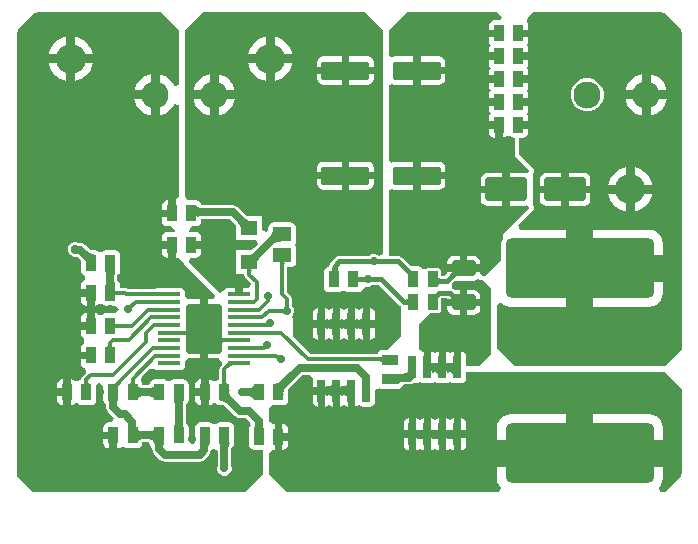
<source format=gtl>
G04*
G04 #@! TF.GenerationSoftware,Altium Limited,Altium Designer,21.2.2 (38)*
G04*
G04 Layer_Physical_Order=1*
G04 Layer_Color=255*
%FSLAX25Y25*%
%MOIN*%
G70*
G04*
G04 #@! TF.SameCoordinates,00FE7A0C-3AD2-496B-9420-9E862BC3E7C8*
G04*
G04*
G04 #@! TF.FilePolarity,Positive*
G04*
G01*
G75*
G04:AMPARAMS|DCode=16|XSize=55.12mil|YSize=35.43mil|CornerRadius=2.66mil|HoleSize=0mil|Usage=FLASHONLY|Rotation=0.000|XOffset=0mil|YOffset=0mil|HoleType=Round|Shape=RoundedRectangle|*
%AMROUNDEDRECTD16*
21,1,0.05512,0.03012,0,0,0.0*
21,1,0.04980,0.03543,0,0,0.0*
1,1,0.00532,0.02490,-0.01506*
1,1,0.00532,-0.02490,-0.01506*
1,1,0.00532,-0.02490,0.01506*
1,1,0.00532,0.02490,0.01506*
%
%ADD16ROUNDEDRECTD16*%
G04:AMPARAMS|DCode=17|XSize=62.99mil|YSize=157.48mil|CornerRadius=4.72mil|HoleSize=0mil|Usage=FLASHONLY|Rotation=270.000|XOffset=0mil|YOffset=0mil|HoleType=Round|Shape=RoundedRectangle|*
%AMROUNDEDRECTD17*
21,1,0.06299,0.14803,0,0,270.0*
21,1,0.05354,0.15748,0,0,270.0*
1,1,0.00945,-0.07402,-0.02677*
1,1,0.00945,-0.07402,0.02677*
1,1,0.00945,0.07402,0.02677*
1,1,0.00945,0.07402,-0.02677*
%
%ADD17ROUNDEDRECTD17*%
G04:AMPARAMS|DCode=18|XSize=55.12mil|YSize=35.43mil|CornerRadius=2.66mil|HoleSize=0mil|Usage=FLASHONLY|Rotation=90.000|XOffset=0mil|YOffset=0mil|HoleType=Round|Shape=RoundedRectangle|*
%AMROUNDEDRECTD18*
21,1,0.05512,0.03012,0,0,90.0*
21,1,0.04980,0.03543,0,0,90.0*
1,1,0.00532,0.01506,0.02490*
1,1,0.00532,0.01506,-0.02490*
1,1,0.00532,-0.01506,-0.02490*
1,1,0.00532,-0.01506,0.02490*
%
%ADD18ROUNDEDRECTD18*%
G04:AMPARAMS|DCode=19|XSize=74.8mil|YSize=14.17mil|CornerRadius=1.06mil|HoleSize=0mil|Usage=FLASHONLY|Rotation=0.000|XOffset=0mil|YOffset=0mil|HoleType=Round|Shape=RoundedRectangle|*
%AMROUNDEDRECTD19*
21,1,0.07480,0.01205,0,0,0.0*
21,1,0.07268,0.01417,0,0,0.0*
1,1,0.00213,0.03634,-0.00602*
1,1,0.00213,-0.03634,-0.00602*
1,1,0.00213,-0.03634,0.00602*
1,1,0.00213,0.03634,0.00602*
%
%ADD19ROUNDEDRECTD19*%
G04:AMPARAMS|DCode=20|XSize=14.17mil|YSize=74.8mil|CornerRadius=1.06mil|HoleSize=0mil|Usage=FLASHONLY|Rotation=90.000|XOffset=0mil|YOffset=0mil|HoleType=Round|Shape=RoundedRectangle|*
%AMROUNDEDRECTD20*
21,1,0.01417,0.07268,0,0,90.0*
21,1,0.01205,0.07480,0,0,90.0*
1,1,0.00213,0.03634,0.00602*
1,1,0.00213,0.03634,-0.00602*
1,1,0.00213,-0.03634,-0.00602*
1,1,0.00213,-0.03634,0.00602*
%
%ADD20ROUNDEDRECTD20*%
G04:AMPARAMS|DCode=21|XSize=165.35mil|YSize=118.11mil|CornerRadius=8.86mil|HoleSize=0mil|Usage=FLASHONLY|Rotation=90.000|XOffset=0mil|YOffset=0mil|HoleType=Round|Shape=RoundedRectangle|*
%AMROUNDEDRECTD21*
21,1,0.16535,0.10039,0,0,90.0*
21,1,0.14764,0.11811,0,0,90.0*
1,1,0.01772,0.05020,0.07382*
1,1,0.01772,0.05020,-0.07382*
1,1,0.01772,-0.05020,-0.07382*
1,1,0.01772,-0.05020,0.07382*
%
%ADD21ROUNDEDRECTD21*%
G04:AMPARAMS|DCode=22|XSize=78.74mil|YSize=51.18mil|CornerRadius=5.12mil|HoleSize=0mil|Usage=FLASHONLY|Rotation=0.000|XOffset=0mil|YOffset=0mil|HoleType=Round|Shape=RoundedRectangle|*
%AMROUNDEDRECTD22*
21,1,0.07874,0.04095,0,0,0.0*
21,1,0.06850,0.05118,0,0,0.0*
1,1,0.01024,0.03425,-0.02047*
1,1,0.01024,-0.03425,-0.02047*
1,1,0.01024,-0.03425,0.02047*
1,1,0.01024,0.03425,0.02047*
%
%ADD22ROUNDEDRECTD22*%
G04:AMPARAMS|DCode=23|XSize=28.35mil|YSize=74.8mil|CornerRadius=2.13mil|HoleSize=0mil|Usage=FLASHONLY|Rotation=0.000|XOffset=0mil|YOffset=0mil|HoleType=Round|Shape=RoundedRectangle|*
%AMROUNDEDRECTD23*
21,1,0.02835,0.07055,0,0,0.0*
21,1,0.02410,0.07480,0,0,0.0*
1,1,0.00425,0.01205,-0.03528*
1,1,0.00425,-0.01205,-0.03528*
1,1,0.00425,-0.01205,0.03528*
1,1,0.00425,0.01205,0.03528*
%
%ADD23ROUNDEDRECTD23*%
G04:AMPARAMS|DCode=24|XSize=196.85mil|YSize=492.13mil|CornerRadius=14.76mil|HoleSize=0mil|Usage=FLASHONLY|Rotation=270.000|XOffset=0mil|YOffset=0mil|HoleType=Round|Shape=RoundedRectangle|*
%AMROUNDEDRECTD24*
21,1,0.19685,0.46260,0,0,270.0*
21,1,0.16732,0.49213,0,0,270.0*
1,1,0.02953,-0.23130,-0.08366*
1,1,0.02953,-0.23130,0.08366*
1,1,0.02953,0.23130,0.08366*
1,1,0.02953,0.23130,-0.08366*
%
%ADD24ROUNDEDRECTD24*%
%ADD25R,0.05512X0.05118*%
G04:AMPARAMS|DCode=26|XSize=78.74mil|YSize=137.8mil|CornerRadius=5.91mil|HoleSize=0mil|Usage=FLASHONLY|Rotation=90.000|XOffset=0mil|YOffset=0mil|HoleType=Round|Shape=RoundedRectangle|*
%AMROUNDEDRECTD26*
21,1,0.07874,0.12598,0,0,90.0*
21,1,0.06693,0.13780,0,0,90.0*
1,1,0.01181,0.06299,0.03347*
1,1,0.01181,0.06299,-0.03347*
1,1,0.01181,-0.06299,-0.03347*
1,1,0.01181,-0.06299,0.03347*
%
%ADD26ROUNDEDRECTD26*%
G04:AMPARAMS|DCode=27|XSize=49.21mil|YSize=62.99mil|CornerRadius=4.92mil|HoleSize=0mil|Usage=FLASHONLY|Rotation=90.000|XOffset=0mil|YOffset=0mil|HoleType=Round|Shape=RoundedRectangle|*
%AMROUNDEDRECTD27*
21,1,0.04921,0.05315,0,0,90.0*
21,1,0.03937,0.06299,0,0,90.0*
1,1,0.00984,0.02657,0.01968*
1,1,0.00984,0.02657,-0.01968*
1,1,0.00984,-0.02657,-0.01968*
1,1,0.00984,-0.02657,0.01968*
%
%ADD27ROUNDEDRECTD27*%
%ADD42C,0.02500*%
%ADD43C,0.01200*%
%ADD44C,0.01500*%
%ADD45C,0.10000*%
%ADD46C,0.09055*%
%ADD47C,0.02800*%
G36*
X516000Y490000D02*
X517709Y488291D01*
X517295Y487290D01*
X515246D01*
X514557Y487153D01*
X513973Y486763D01*
X513583Y486179D01*
X513446Y485490D01*
Y484250D01*
X516752D01*
Y481750D01*
X513446D01*
Y480510D01*
X513583Y479821D01*
X513973Y479237D01*
Y479138D01*
X513583Y478554D01*
X513446Y477865D01*
Y476625D01*
X516752D01*
Y474125D01*
X513446D01*
Y472885D01*
X513583Y472196D01*
X513973Y471612D01*
Y471513D01*
X513583Y470929D01*
X513446Y470240D01*
Y469000D01*
X516752D01*
Y466500D01*
X513446D01*
Y465260D01*
X513583Y464571D01*
X513973Y463987D01*
Y463888D01*
X513583Y463304D01*
X513446Y462615D01*
Y461375D01*
X516752D01*
Y458875D01*
X513446D01*
Y457635D01*
X513583Y456946D01*
X513973Y456362D01*
Y456263D01*
X513583Y455679D01*
X513446Y454990D01*
Y453750D01*
X516752D01*
Y452500D01*
X518002D01*
Y448209D01*
X518258D01*
X518947Y448347D01*
X519531Y448737D01*
X520469D01*
X521053Y448347D01*
X521742Y448209D01*
X522000D01*
Y442000D01*
X526898Y437102D01*
X526272Y436317D01*
X525457Y436480D01*
X520407D01*
Y431002D01*
Y425524D01*
X525457D01*
X526272Y425686D01*
X526908Y424908D01*
X518000Y416000D01*
Y414625D01*
X517968Y414584D01*
X517668Y413860D01*
X517566Y413083D01*
Y407566D01*
X512123Y402123D01*
X511073Y402178D01*
X510476Y403000D01*
Y403459D01*
X501892D01*
X503187Y402164D01*
X503071Y402247D01*
X502934Y402289D01*
X502775Y402287D01*
X502595Y402244D01*
X502394Y402158D01*
X502171Y402029D01*
X501927Y401858D01*
X501661Y401645D01*
X501065Y401091D01*
X500005Y402152D01*
X500303Y402460D01*
X500772Y403014D01*
X500943Y403258D01*
X501058Y403459D01*
X499524D01*
Y403134D01*
X498674Y402284D01*
X497688D01*
X497596Y402292D01*
X497544Y402301D01*
Y403490D01*
X497446Y403984D01*
X497166Y404403D01*
X496748Y404682D01*
X496254Y404781D01*
X493242D01*
X492748Y404682D01*
X492330Y404403D01*
X492290Y404393D01*
X491210Y404496D01*
X491031Y404763D01*
X490447Y405154D01*
X489758Y405291D01*
X487469D01*
X484498Y408262D01*
X483919Y408648D01*
X483236Y408784D01*
X480000D01*
Y430656D01*
X481000Y431166D01*
X481238Y431007D01*
X482008Y430854D01*
X488159D01*
Y435542D01*
Y440230D01*
X482008D01*
X481238Y440077D01*
X481000Y439918D01*
X480000Y440427D01*
X480000Y465728D01*
X481000Y466238D01*
X481238Y466079D01*
X482008Y465925D01*
X488160D01*
Y470614D01*
Y475302D01*
X482008D01*
X481238Y475149D01*
X481000Y474990D01*
X480000Y475499D01*
Y479821D01*
Y484000D01*
X486000Y490000D01*
X516000Y490000D01*
D02*
G37*
G36*
X404000D02*
X404000Y490000D01*
X410000Y484000D01*
X410000Y465801D01*
X408500Y465503D01*
X408365Y465829D01*
X407596Y466980D01*
X406617Y467959D01*
X405466Y468728D01*
X404187Y469257D01*
X403637Y469367D01*
Y462500D01*
Y455633D01*
X404187Y455743D01*
X405466Y456272D01*
X406617Y457041D01*
X407596Y458020D01*
X408365Y459171D01*
X408500Y459497D01*
X410000Y459199D01*
X410000Y428672D01*
X409258Y427290D01*
X409002D01*
Y423000D01*
X407752D01*
Y421750D01*
X404446D01*
Y420510D01*
X404583Y419821D01*
X404973Y419237D01*
X405557Y418847D01*
X406246Y418710D01*
X407584D01*
X408675Y417282D01*
X408503Y416790D01*
X406246D01*
X405557Y416653D01*
X404973Y416263D01*
X404583Y415679D01*
X404446Y414990D01*
Y413750D01*
X407752D01*
Y412500D01*
X409002D01*
Y408139D01*
X410000Y408000D01*
X411881Y406119D01*
X412209Y405628D01*
X422023Y395814D01*
X421649Y394564D01*
X421463Y394314D01*
X419750D01*
Y384500D01*
Y384336D01*
X419900Y384486D01*
X419904Y384380D01*
X419919Y384274D01*
X419944Y384168D01*
X419979Y384063D01*
X420025Y383957D01*
X420082Y383853D01*
X420149Y383748D01*
X420226Y383644D01*
X420314Y383540D01*
X420413Y383436D01*
X419750Y382773D01*
Y374686D01*
X423520D01*
X423616Y374541D01*
X424291Y373440D01*
X424315Y372362D01*
X424094Y372142D01*
X423741Y371613D01*
X423617Y370988D01*
Y367666D01*
X423053Y367553D01*
X422469Y367163D01*
X421531D01*
X420947Y367553D01*
X420258Y367690D01*
X420002D01*
Y363400D01*
Y359109D01*
X420258D01*
X420947Y359246D01*
X421531Y359637D01*
X422469D01*
X423053Y359246D01*
X423742Y359109D01*
X425025D01*
X425272Y358968D01*
X425540Y358793D01*
X425799Y358601D01*
X425921Y358499D01*
X428548Y355871D01*
X428878Y355378D01*
X429622Y354880D01*
X430500Y354706D01*
X432550D01*
X433503Y353753D01*
X433973Y352263D01*
X433583Y351679D01*
X433446Y350990D01*
Y346010D01*
X433583Y345321D01*
X433973Y344737D01*
X434557Y344346D01*
X435246Y344210D01*
X438000D01*
Y336000D01*
X432000Y330000D01*
X361343Y330000D01*
X356051Y335292D01*
X356000Y335548D01*
X356000Y482587D01*
X356345Y484322D01*
X356361Y484361D01*
X361639Y489639D01*
X361678Y489655D01*
X363412Y490000D01*
X404000Y490000D01*
D02*
G37*
G36*
X416074Y425498D02*
X416237Y425341D01*
X416428Y425202D01*
X416645Y425082D01*
X416889Y424981D01*
X417160Y424898D01*
X417458Y424833D01*
X417783Y424787D01*
X418134Y424759D01*
X418513Y424750D01*
Y422250D01*
X418032Y422237D01*
X417603Y422200D01*
X417224Y422137D01*
X416897Y422050D01*
X416620Y421938D01*
X416394Y421800D01*
X416220Y421637D01*
X416096Y421450D01*
X416023Y421238D01*
X416001Y421000D01*
X415937Y425673D01*
X416074Y425498D01*
D02*
G37*
G36*
X431269Y422028D02*
X432188Y421251D01*
X432595Y420968D01*
X432966Y420756D01*
X433302Y420614D01*
X433602Y420544D01*
X433867D01*
X434097Y420614D01*
X434292Y420756D01*
X430756Y417220D01*
X430898Y417415D01*
X430968Y417644D01*
Y417910D01*
X430898Y418210D01*
X430756Y418546D01*
X430544Y418917D01*
X430261Y419324D01*
X429908Y419766D01*
X428988Y420756D01*
X430756Y422523D01*
X431269Y422028D01*
D02*
G37*
G36*
X444007Y413578D02*
X443853Y413757D01*
X443655Y413858D01*
X443412Y413878D01*
X443125Y413820D01*
X442794Y413681D01*
X442418Y413464D01*
X441998Y413167D01*
X441533Y412790D01*
X440471Y411798D01*
X438701Y413564D01*
X439326Y414206D01*
X440722Y415865D01*
X441028Y416329D01*
X441255Y416749D01*
X441402Y417124D01*
X441469Y417455D01*
X441457Y417741D01*
X441365Y417983D01*
X444007Y413578D01*
D02*
G37*
G36*
X438012Y409338D02*
X437515Y408825D01*
X436735Y407904D01*
X436451Y407497D01*
X436238Y407126D01*
X436095Y406790D01*
X436023Y406490D01*
X436022Y406225D01*
X436092Y405996D01*
X436232Y405803D01*
X432708Y409326D01*
X432902Y409186D01*
X433131Y409117D01*
X433395Y409118D01*
X433695Y409190D01*
X434031Y409332D01*
X434403Y409546D01*
X434809Y409830D01*
X435252Y410184D01*
X436244Y411106D01*
X438012Y409338D01*
D02*
G37*
G36*
X472000Y490000D02*
X478000Y484000D01*
X478000Y409322D01*
X477243Y409010D01*
X477052Y408942D01*
X476500Y408894D01*
X476360Y409035D01*
X475477Y409400D01*
X474523D01*
X473640Y409035D01*
X473409Y408803D01*
X473406Y408802D01*
X473383Y408798D01*
X473228Y408784D01*
X463464D01*
X462782Y408648D01*
X462203Y408262D01*
X462203Y408262D01*
X460738Y406797D01*
X460352Y406218D01*
X460216Y405536D01*
Y405285D01*
X459557Y405154D01*
X458973Y404763D01*
X458583Y404179D01*
X458446Y403490D01*
Y398510D01*
X458583Y397821D01*
X458973Y397237D01*
X459557Y396847D01*
X460246Y396709D01*
X463258D01*
X463947Y396847D01*
X464531Y397237D01*
X465469D01*
X466053Y396847D01*
X466742Y396709D01*
X469754D01*
X470443Y396847D01*
X471027Y397237D01*
X471417Y397821D01*
X472523Y398600D01*
X473477D01*
X474360Y398965D01*
X474591Y399197D01*
X474594Y399198D01*
X474617Y399202D01*
X474772Y399216D01*
X476761D01*
X483738Y392238D01*
X484000Y392063D01*
Y382000D01*
X479554Y377554D01*
X478010D01*
X477321Y377417D01*
X476737Y377027D01*
X476347Y376443D01*
X476328Y376351D01*
X476000Y376131D01*
X453869D01*
X448000Y382000D01*
X448000Y388000D01*
X447413Y388587D01*
X448035Y389209D01*
X448400Y390091D01*
Y391046D01*
X448035Y391928D01*
X447771Y392192D01*
X447729Y392261D01*
X447690Y392302D01*
X447686Y392309D01*
X447679Y392319D01*
X447670Y392337D01*
X447660Y392364D01*
X447648Y392401D01*
X447638Y392451D01*
X447631Y392493D01*
Y394500D01*
X447507Y395124D01*
X447154Y395654D01*
X446131Y396676D01*
Y404977D01*
X447157D01*
X447935Y405131D01*
X448594Y405572D01*
X449034Y406231D01*
X449189Y407008D01*
Y410945D01*
X449034Y411722D01*
X448652Y412500D01*
X449034Y413278D01*
X449189Y414055D01*
Y417992D01*
X449034Y418769D01*
X448594Y419428D01*
X447935Y419869D01*
X447157Y420023D01*
X441843D01*
X441065Y419869D01*
X440406Y419428D01*
X439966Y418769D01*
X439811Y417992D01*
Y417077D01*
X439256Y416631D01*
X437756Y417349D01*
Y422268D01*
X432564D01*
X432070Y422686D01*
X429691Y425065D01*
X428947Y425562D01*
X428069Y425737D01*
X425372D01*
X424977Y425900D01*
X424023D01*
X423767Y425794D01*
X417981D01*
X417895Y425801D01*
X417638Y425837D01*
X417478Y425872D01*
X417417Y426179D01*
X417027Y426763D01*
X416443Y427153D01*
X415754Y427290D01*
X412742D01*
X412000Y428672D01*
X412000Y484000D01*
X418000Y490000D01*
X472000Y490000D01*
D02*
G37*
G36*
X476051Y407936D02*
X476113Y407897D01*
X476187Y407863D01*
X476272Y407833D01*
X476368Y407807D01*
X476476Y407787D01*
X476595Y407771D01*
X476868Y407752D01*
X477022Y407750D01*
Y406250D01*
X476868Y406248D01*
X476476Y406213D01*
X476368Y406192D01*
X476272Y406167D01*
X476187Y406137D01*
X476113Y406103D01*
X476051Y406064D01*
X476000Y406020D01*
Y407980D01*
X476051Y407936D01*
D02*
G37*
G36*
X474000Y406020D02*
X473949Y406064D01*
X473887Y406103D01*
X473813Y406137D01*
X473728Y406167D01*
X473632Y406192D01*
X473524Y406213D01*
X473405Y406229D01*
X473132Y406248D01*
X472978Y406250D01*
Y407750D01*
X473132Y407752D01*
X473524Y407787D01*
X473632Y407807D01*
X473728Y407833D01*
X473813Y407863D01*
X473887Y407897D01*
X473949Y407936D01*
X474000Y407980D01*
Y406020D01*
D02*
G37*
G36*
X445586Y406518D02*
X445484Y406482D01*
X445394Y406421D01*
X445316Y406336D01*
X445250Y406227D01*
X445196Y406094D01*
X445154Y405936D01*
X445124Y405755D01*
X445106Y405549D01*
X445100Y405318D01*
X443900D01*
X443894Y405549D01*
X443876Y405755D01*
X443846Y405936D01*
X443804Y406094D01*
X443750Y406227D01*
X443684Y406336D01*
X443606Y406421D01*
X443516Y406482D01*
X443414Y406518D01*
X443300Y406530D01*
X445700D01*
X445586Y406518D01*
D02*
G37*
G36*
X462757Y405033D02*
X462778Y404829D01*
X462812Y404639D01*
X462860Y404462D01*
X462923Y404298D01*
X462999Y404147D01*
X463089Y404009D01*
X463192Y403884D01*
X463310Y403772D01*
X463441Y403673D01*
X460500Y403737D01*
X460642Y403749D01*
X460770Y403792D01*
X460883Y403866D01*
X460980Y403971D01*
X461062Y404107D01*
X461130Y404273D01*
X461182Y404471D01*
X461220Y404699D01*
X461242Y404959D01*
X461250Y405249D01*
X462750D01*
X462757Y405033D01*
D02*
G37*
G36*
X434330Y405830D02*
X434282Y405708D01*
X434239Y405544D01*
X434202Y405337D01*
X434145Y404795D01*
X434120Y404256D01*
X434700D01*
X434586Y404244D01*
X434484Y404208D01*
X434394Y404147D01*
X434316Y404062D01*
X434250Y403953D01*
X434196Y403820D01*
X434154Y403662D01*
X434124Y403481D01*
X434106Y403275D01*
X434100Y403044D01*
X432900D01*
X432894Y403275D01*
X432876Y403481D01*
X432846Y403662D01*
X432804Y403820D01*
X432750Y403953D01*
X432684Y404062D01*
X432606Y404147D01*
X432516Y404208D01*
X432414Y404244D01*
X432300Y404256D01*
X432862D01*
X432798Y405337D01*
X432761Y405544D01*
X432718Y405708D01*
X432670Y405830D01*
X432616Y405908D01*
X434384D01*
X434330Y405830D01*
D02*
G37*
G36*
X486796Y404511D02*
X487349Y404042D01*
X487593Y403871D01*
X487816Y403743D01*
X488018Y403657D01*
X488198Y403613D01*
X488356Y403612D01*
X488493Y403653D01*
X488609Y403737D01*
X486499Y401628D01*
X486583Y401743D01*
X486624Y401880D01*
X486623Y402039D01*
X486579Y402219D01*
X486493Y402420D01*
X486365Y402643D01*
X486194Y402887D01*
X485981Y403153D01*
X485427Y403749D01*
X486487Y404810D01*
X486796Y404511D01*
D02*
G37*
G36*
X474051Y401936D02*
X474113Y401897D01*
X474187Y401863D01*
X474272Y401833D01*
X474368Y401807D01*
X474476Y401787D01*
X474595Y401771D01*
X474868Y401752D01*
X475022Y401750D01*
Y400250D01*
X474868Y400248D01*
X474476Y400213D01*
X474368Y400192D01*
X474272Y400167D01*
X474187Y400137D01*
X474113Y400103D01*
X474051Y400064D01*
X474000Y400020D01*
Y401980D01*
X474051Y401936D01*
D02*
G37*
G36*
X470016Y402357D02*
X470061Y402230D01*
X470137Y402117D01*
X470243Y402020D01*
X470379Y401937D01*
X470545Y401870D01*
X470742Y401818D01*
X470968Y401780D01*
X471208Y401759D01*
X471524Y401787D01*
X471632Y401807D01*
X471728Y401833D01*
X471813Y401863D01*
X471887Y401897D01*
X471949Y401936D01*
X472000Y401980D01*
Y400020D01*
X471949Y400064D01*
X471887Y400103D01*
X471813Y400137D01*
X471728Y400167D01*
X471632Y400192D01*
X471524Y400213D01*
X471405Y400229D01*
X471218Y400242D01*
X470968Y400220D01*
X470742Y400182D01*
X470545Y400130D01*
X470379Y400063D01*
X470243Y399980D01*
X470137Y399883D01*
X470061Y399770D01*
X470016Y399642D01*
X470001Y399500D01*
Y402500D01*
X470016Y402357D01*
D02*
G37*
G36*
X496516Y401858D02*
X496561Y401730D01*
X496637Y401617D01*
X496743Y401520D01*
X496879Y401438D01*
X497045Y401370D01*
X497241Y401318D01*
X497468Y401280D01*
X497725Y401258D01*
X498013Y401250D01*
Y399750D01*
X497725Y399743D01*
X497468Y399720D01*
X497241Y399682D01*
X497045Y399630D01*
X496879Y399563D01*
X496743Y399480D01*
X496637Y399382D01*
X496561Y399270D01*
X496516Y399143D01*
X496501Y399000D01*
Y402000D01*
X496516Y401858D01*
D02*
G37*
G36*
X424023Y421100D02*
X424977D01*
X425095Y421148D01*
X427119D01*
X428704Y419563D01*
X429135Y419100D01*
X429244Y418963D01*
Y414150D01*
X435689D01*
X436311Y412650D01*
X435047Y411386D01*
X434585Y410957D01*
X434453Y410850D01*
X429244D01*
Y402732D01*
X431869D01*
Y402500D01*
X431993Y401876D01*
X432346Y401346D01*
X433991Y399702D01*
X433981Y399607D01*
X433327Y398256D01*
X431443D01*
Y396016D01*
X428943D01*
Y398256D01*
X426559D01*
X425932Y398131D01*
X425401Y397776D01*
X425046Y397245D01*
X425018Y397103D01*
X424896Y396996D01*
X423869Y396590D01*
X423421Y396579D01*
X413290Y406709D01*
X413912Y408210D01*
X415754D01*
X416443Y408347D01*
X417027Y408737D01*
X417417Y409321D01*
X417554Y410010D01*
Y411250D01*
X414248D01*
Y413750D01*
X417554D01*
Y414990D01*
X417417Y415679D01*
X417027Y416263D01*
X416443Y416653D01*
X415754Y416790D01*
X413497D01*
X413325Y417282D01*
X414416Y418710D01*
X415754D01*
X416443Y418847D01*
X417027Y419237D01*
X417417Y419821D01*
X417554Y420510D01*
Y421159D01*
X417731Y421188D01*
X417939Y421206D01*
X423767D01*
X424023Y421100D01*
D02*
G37*
G36*
X509987Y401117D02*
X510274Y400874D01*
X510350Y400846D01*
X510416Y400797D01*
X510628Y400743D01*
X510834Y400667D01*
X510915Y400670D01*
X510994Y400650D01*
X511369Y400631D01*
X511369D01*
X514000Y398000D01*
Y376000D01*
X510000Y372000D01*
X505869D01*
Y375157D01*
X505736Y375826D01*
X505358Y376392D01*
X504791Y376770D01*
X504168Y376894D01*
Y371630D01*
X501840D01*
Y370380D01*
X501508Y370371D01*
Y369130D01*
X501483Y369367D01*
X501408Y369580D01*
X501282Y369767D01*
X501106Y369930D01*
X500880Y370067D01*
X500604Y370180D01*
X500418Y370230D01*
X500232Y370180D01*
X499956Y370067D01*
X499730Y369930D01*
X499554Y369767D01*
X499428Y369580D01*
X499353Y369367D01*
X499328Y369130D01*
Y370371D01*
X498996Y370380D01*
Y371630D01*
X496840D01*
Y370380D01*
X496508Y370371D01*
Y369130D01*
X496483Y369367D01*
X496408Y369580D01*
X496282Y369767D01*
X496106Y369930D01*
X495880Y370067D01*
X495604Y370180D01*
X495418Y370230D01*
X495232Y370180D01*
X494956Y370067D01*
X494730Y369930D01*
X494554Y369767D01*
X494428Y369580D01*
X494353Y369367D01*
X494328Y369130D01*
Y370371D01*
X493996Y370380D01*
Y371630D01*
X491668D01*
Y376894D01*
X491500Y376861D01*
X490290Y377569D01*
X490000Y377876D01*
X490000Y386000D01*
X493719Y389719D01*
X496254D01*
X496748Y389818D01*
X497166Y390097D01*
X497446Y390516D01*
X497544Y391010D01*
Y394716D01*
X499524D01*
Y394541D01*
X501069D01*
X501034Y394619D01*
X500943Y394769D01*
X500819Y394941D01*
X500664Y395134D01*
X500256Y395585D01*
X500005Y395842D01*
X501059Y396909D01*
X501316Y396656D01*
X501961Y396093D01*
X502132Y395970D01*
X502283Y395878D01*
X502411Y395819D01*
X502519Y395793D01*
X502604Y395798D01*
X502669Y395836D01*
X501384Y394541D01*
X503750D01*
Y397390D01*
X502041D01*
X501669Y397762D01*
X501417Y397930D01*
X501277Y398177D01*
X501103Y399102D01*
X501111Y399674D01*
X502047Y400610D01*
X508425D01*
X509210Y400766D01*
X509937Y401154D01*
X509987Y401117D01*
D02*
G37*
G36*
X433916Y394117D02*
X433956Y394104D01*
X434018Y394093D01*
X434103Y394083D01*
X434491Y394063D01*
X435080Y394057D01*
Y392857D01*
X434861Y392856D01*
X433916Y392796D01*
X433899Y392782D01*
Y394131D01*
X433916Y394117D01*
D02*
G37*
G36*
X486499Y392013D02*
X486484Y392153D01*
X486439Y392278D01*
X486364Y392389D01*
X486260Y392484D01*
X486125Y392566D01*
X485960Y392632D01*
X485765Y392684D01*
X485540Y392721D01*
X485285Y392743D01*
X485000Y392750D01*
Y394250D01*
X485285Y394257D01*
X485540Y394280D01*
X485765Y394316D01*
X485960Y394368D01*
X486125Y394434D01*
X486260Y394515D01*
X486364Y394611D01*
X486439Y394722D01*
X486484Y394847D01*
X486499Y394987D01*
Y392013D01*
D02*
G37*
G36*
X572157Y489655D02*
X572196Y489639D01*
X574634Y487201D01*
X577474Y484361D01*
X577490Y484322D01*
X577796Y482784D01*
Y482000D01*
X577796Y377796D01*
X572000Y372000D01*
X522000Y372000D01*
X516000Y378000D01*
Y392486D01*
X516965Y392957D01*
X517500Y393062D01*
X518310Y392440D01*
X519399Y391989D01*
X520568Y391835D01*
X539198D01*
Y404717D01*
Y417598D01*
X523720D01*
X523146Y418984D01*
X527989Y423826D01*
X528113Y424011D01*
X528255Y424183D01*
X528277Y424258D01*
X528321Y424322D01*
X528364Y424541D01*
X528429Y424754D01*
X528422Y424831D01*
X528437Y424908D01*
X528394Y425126D01*
X528372Y425348D01*
X528336Y425417D01*
X528321Y425493D01*
X528197Y425678D01*
X528092Y425875D01*
X527995Y425995D01*
X528000Y426000D01*
X528000Y436031D01*
X528094Y436148D01*
X528192Y436339D01*
X528311Y436517D01*
X528328Y436602D01*
X528368Y436679D01*
X528386Y436892D01*
X528428Y437102D01*
X528411Y437187D01*
X528418Y437273D01*
X528353Y437477D01*
X528311Y437687D01*
X528263Y437759D01*
X528237Y437842D01*
X528098Y438005D01*
X527980Y438183D01*
X523529Y442633D01*
Y448209D01*
X524754D01*
X525443Y448347D01*
X526027Y448737D01*
X526417Y449321D01*
X526554Y450010D01*
Y451250D01*
X523248D01*
Y453750D01*
X526554D01*
Y454990D01*
X526417Y455679D01*
X526027Y456263D01*
Y456362D01*
X526417Y456946D01*
X526554Y457635D01*
Y458875D01*
X523248D01*
Y461375D01*
X526554D01*
Y462615D01*
X526417Y463304D01*
X526027Y463888D01*
Y463987D01*
X526417Y464571D01*
X526554Y465260D01*
Y466500D01*
X523248D01*
Y469000D01*
X526554D01*
Y470240D01*
X526417Y470929D01*
X526027Y471513D01*
Y471612D01*
X526417Y472196D01*
X526554Y472885D01*
Y474125D01*
X523248D01*
Y476625D01*
X526554D01*
Y477865D01*
X526417Y478554D01*
X526027Y479138D01*
Y479237D01*
X526417Y479821D01*
X526554Y480510D01*
Y481750D01*
X523248D01*
Y484250D01*
X526554D01*
Y485490D01*
X526417Y486179D01*
X526027Y486763D01*
X526351Y488351D01*
X528000Y490000D01*
X570423D01*
X572157Y489655D01*
D02*
G37*
G36*
X446604Y392531D02*
X446615Y392395D01*
X446634Y392267D01*
X446661Y392145D01*
X446695Y392031D01*
X446737Y391924D01*
X446786Y391825D01*
X446843Y391732D01*
X446908Y391647D01*
X446980Y391569D01*
X445020D01*
X445092Y391647D01*
X445157Y391732D01*
X445214Y391825D01*
X445263Y391924D01*
X445305Y392031D01*
X445339Y392145D01*
X445366Y392267D01*
X445385Y392395D01*
X445396Y392531D01*
X445400Y392674D01*
X446600D01*
X446604Y392531D01*
D02*
G37*
G36*
X433917Y391558D02*
X433958Y391545D01*
X434023Y391534D01*
X434110Y391525D01*
X434515Y391504D01*
X435129Y391498D01*
Y390298D01*
X434901Y390297D01*
X433917Y390237D01*
X433899Y390223D01*
Y391572D01*
X433917Y391558D01*
D02*
G37*
G36*
X445115Y389485D02*
X445030Y389547D01*
X444940Y389603D01*
X444843Y389653D01*
X444739Y389696D01*
X444629Y389732D01*
X444513Y389762D01*
X444389Y389785D01*
X444260Y389801D01*
X444124Y389811D01*
X443981Y389814D01*
X443833Y391014D01*
X443976Y391019D01*
X444111Y391031D01*
X444238Y391052D01*
X444357Y391081D01*
X444468Y391119D01*
X444570Y391165D01*
X444665Y391219D01*
X444751Y391282D01*
X444829Y391353D01*
X444898Y391432D01*
X445115Y389485D01*
D02*
G37*
G36*
X433917Y388999D02*
X433958Y388986D01*
X434023Y388975D01*
X434110Y388965D01*
X434515Y388945D01*
X435129Y388939D01*
Y387739D01*
X434901Y387738D01*
X433917Y387678D01*
X433899Y387664D01*
Y389013D01*
X433917Y388999D01*
D02*
G37*
G36*
X440082Y385154D02*
X440052Y385159D01*
X439993Y385163D01*
X439257Y385177D01*
X438465Y385179D01*
X438278Y386380D01*
X438424Y386384D01*
X438558Y386397D01*
X438679Y386420D01*
X438786Y386451D01*
X438880Y386491D01*
X438962Y386541D01*
X439030Y386599D01*
X439085Y386666D01*
X439127Y386742D01*
X439156Y386827D01*
X440082Y385154D01*
D02*
G37*
G36*
X433917Y386440D02*
X433958Y386427D01*
X434023Y386416D01*
X434110Y386406D01*
X434515Y386386D01*
X435129Y386380D01*
Y385179D01*
X434901Y385179D01*
X433917Y385119D01*
X433899Y385105D01*
Y386454D01*
X433917Y386440D01*
D02*
G37*
G36*
Y383881D02*
X433958Y383868D01*
X434023Y383857D01*
X434110Y383847D01*
X434515Y383827D01*
X435129Y383821D01*
Y382621D01*
X434901Y382620D01*
X433917Y382560D01*
X433899Y382546D01*
Y383895D01*
X433917Y383881D01*
D02*
G37*
G36*
X424411Y381747D02*
X424447Y381645D01*
X424508Y381555D01*
X424593Y381477D01*
X424702Y381411D01*
X424835Y381357D01*
X424993Y381315D01*
X425174Y381285D01*
X425380Y381267D01*
X425514Y381264D01*
X426469Y381322D01*
X426487Y381336D01*
Y379987D01*
X426469Y380001D01*
X426428Y380014D01*
X426363Y380025D01*
X426275Y380035D01*
X425871Y380055D01*
X425506Y380059D01*
X425380Y380055D01*
X425174Y380037D01*
X424993Y380007D01*
X424835Y379965D01*
X424702Y379911D01*
X424593Y379845D01*
X424508Y379767D01*
X424447Y379677D01*
X424411Y379575D01*
X424399Y379461D01*
Y381861D01*
X424411Y381747D01*
D02*
G37*
G36*
X433917Y378763D02*
X433958Y378750D01*
X434023Y378739D01*
X434110Y378729D01*
X434515Y378709D01*
X435129Y378702D01*
Y377502D01*
X434901Y377502D01*
X433917Y377442D01*
X433899Y377428D01*
Y378777D01*
X433917Y378763D01*
D02*
G37*
G36*
Y376204D02*
X433958Y376191D01*
X434023Y376180D01*
X434110Y376170D01*
X434515Y376150D01*
X435129Y376143D01*
Y374943D01*
X434901Y374943D01*
X433917Y374883D01*
X433899Y374869D01*
Y376218D01*
X433917Y376204D01*
D02*
G37*
G36*
X477763Y373100D02*
X477751Y373214D01*
X477715Y373316D01*
X477654Y373406D01*
X477569Y373484D01*
X477460Y373550D01*
X477327Y373604D01*
X477169Y373646D01*
X476987Y373676D01*
X476781Y373694D01*
X476551Y373700D01*
Y374900D01*
X476781Y374906D01*
X476987Y374924D01*
X477169Y374954D01*
X477327Y374996D01*
X477460Y375050D01*
X477569Y375116D01*
X477654Y375194D01*
X477715Y375284D01*
X477751Y375386D01*
X477763Y375500D01*
Y373100D01*
D02*
G37*
G36*
X428237Y372292D02*
X428133Y372347D01*
X428014Y372370D01*
X427881Y372362D01*
X427733Y372323D01*
X427570Y372253D01*
X427393Y372151D01*
X427202Y372018D01*
X426996Y371854D01*
X426540Y371431D01*
X425608Y372197D01*
X425770Y372364D01*
X426041Y372679D01*
X426152Y372827D01*
X426245Y372969D01*
X426321Y373105D01*
X426381Y373234D01*
X426423Y373358D01*
X426448Y373475D01*
X426457Y373587D01*
X428237Y372292D01*
D02*
G37*
G36*
X572000Y370000D02*
X577796Y364204D01*
X577796Y337643D01*
Y336859D01*
X577490Y335321D01*
X577474Y335282D01*
X572192Y330000D01*
X570473D01*
X569963Y331500D01*
X570020Y331544D01*
X570738Y332479D01*
X571189Y333568D01*
X571343Y334736D01*
Y338602D01*
X543698D01*
X516053D01*
Y334736D01*
X516207Y333568D01*
X516658Y332479D01*
X517375Y331544D01*
X517432Y331500D01*
X516923Y330000D01*
X446000Y330000D01*
X440000Y336000D01*
X440000Y343246D01*
X440297Y343557D01*
X441500Y344258D01*
X441742Y344210D01*
X441998D01*
Y348500D01*
Y352790D01*
X441742D01*
X441500Y352742D01*
X440297Y353443D01*
X440000Y353754D01*
X440000Y358146D01*
X440297Y358457D01*
X441500Y359158D01*
X441742Y359109D01*
X444754D01*
X445443Y359246D01*
X446027Y359637D01*
X446417Y360221D01*
X446554Y360910D01*
Y364375D01*
X446944Y364836D01*
X451314Y369206D01*
X453722D01*
X454072Y368823D01*
X454692Y367706D01*
X454631Y367398D01*
Y365120D01*
X457582D01*
Y363870D01*
X458660D01*
Y365120D01*
X458992Y365129D01*
Y366370D01*
X459017Y366133D01*
X459092Y365920D01*
X459218Y365733D01*
X459394Y365570D01*
X459620Y365433D01*
X459896Y365320D01*
X460082Y365270D01*
X460268Y365320D01*
X460544Y365433D01*
X460770Y365570D01*
X460946Y365733D01*
X461072Y365920D01*
X461147Y366133D01*
X461172Y366370D01*
Y365129D01*
X461504Y365120D01*
Y363870D01*
X463660D01*
Y365120D01*
X463992Y365129D01*
Y366370D01*
X464017Y366133D01*
X464092Y365920D01*
X464218Y365733D01*
X464394Y365570D01*
X464620Y365433D01*
X464896Y365320D01*
X465082Y365270D01*
X465268Y365320D01*
X465544Y365433D01*
X465770Y365570D01*
X465946Y365733D01*
X466072Y365920D01*
X466147Y366133D01*
X466172Y366370D01*
Y365129D01*
X466504Y365120D01*
Y363870D01*
X468832D01*
Y358606D01*
X469455Y358730D01*
X470082Y359075D01*
X470709Y358730D01*
X471377Y358597D01*
X473787D01*
X474455Y358730D01*
X475021Y359108D01*
X475400Y359675D01*
X475533Y360343D01*
Y364111D01*
X475972Y364425D01*
X477033Y364775D01*
X477321Y364583D01*
X478010Y364446D01*
X482990D01*
X483679Y364583D01*
X484263Y364973D01*
X484653Y365557D01*
X484721Y365895D01*
X484893Y365934D01*
X485145Y365972D01*
X485237Y365980D01*
X486885D01*
X487763Y366154D01*
X488065Y366356D01*
X489123D01*
X489791Y366489D01*
X490418Y366834D01*
X491045Y366489D01*
X491713Y366356D01*
X494123D01*
X494791Y366489D01*
X495418Y366834D01*
X496045Y366489D01*
X496713Y366356D01*
X499123D01*
X499791Y366489D01*
X500418Y366834D01*
X501045Y366489D01*
X501713Y366356D01*
X504123D01*
X504791Y366489D01*
X505358Y366867D01*
X505736Y367434D01*
X505869Y368102D01*
Y370000D01*
X572000Y370000D01*
D02*
G37*
G36*
X486713Y367885D02*
X487060Y367721D01*
X487270Y367575D01*
X487342Y367446D01*
X487277Y367334D01*
X487074Y367239D01*
X486733Y367161D01*
X486255Y367101D01*
X485749Y367066D01*
Y367024D01*
X485375Y367014D01*
X485027Y366985D01*
X484705Y366937D01*
X484409Y366870D01*
X484138Y366783D01*
X483893Y366678D01*
X483674Y366553D01*
X483482Y366409D01*
X483314Y366246D01*
X483173Y366063D01*
X483089Y369497D01*
X483109Y369502D01*
X483183Y369507D01*
X483996Y369513D01*
Y369524D01*
X484489Y369536D01*
X484929Y369574D01*
X485315Y369636D01*
X485646Y369724D01*
X485925Y369836D01*
X486149Y369974D01*
X486319Y370136D01*
X486436Y370324D01*
X486499Y370536D01*
X486508Y370774D01*
X486713Y367885D01*
D02*
G37*
G36*
X425854Y367119D02*
X425872Y366913D01*
X425902Y366731D01*
X425944Y366573D01*
X425998Y366440D01*
X426064Y366331D01*
X426142Y366246D01*
X426232Y366185D01*
X426334Y366149D01*
X426448Y366137D01*
X425874D01*
X425950Y364854D01*
X425987Y364647D01*
X426030Y364483D01*
X426078Y364362D01*
X426132Y364283D01*
X424364D01*
X424418Y364362D01*
X424466Y364483D01*
X424509Y364647D01*
X424546Y364854D01*
X424603Y365397D01*
X424637Y366111D01*
X424637Y366137D01*
X424048D01*
X424162Y366149D01*
X424264Y366185D01*
X424354Y366246D01*
X424432Y366331D01*
X424498Y366440D01*
X424552Y366573D01*
X424594Y366731D01*
X424624Y366913D01*
X424642Y367119D01*
X424648Y367349D01*
X425848D01*
X425854Y367119D01*
D02*
G37*
G36*
X446780Y366149D02*
X446288Y365639D01*
X445512Y364723D01*
X445230Y364317D01*
X445017Y363946D01*
X444874Y363610D01*
X444801Y363309D01*
X444797Y363042D01*
X444864Y362810D01*
X445001Y362613D01*
X441643Y366129D01*
X442032Y366218D01*
X442410Y366326D01*
X442776Y366455D01*
X443130Y366604D01*
X443473Y366772D01*
X443804Y366961D01*
X444124Y367170D01*
X444431Y367399D01*
X444728Y367648D01*
X445013Y367917D01*
X446780Y366149D01*
D02*
G37*
G36*
X435001Y360902D02*
X434976Y361139D01*
X434901Y361351D01*
X434775Y361539D01*
X434599Y361701D01*
X434373Y361838D01*
X434096Y361950D01*
X433769Y362038D01*
X433392Y362100D01*
X432965Y362138D01*
X432487Y362150D01*
Y364650D01*
X432965Y364663D01*
X433392Y364700D01*
X433769Y364762D01*
X434096Y364850D01*
X434373Y364962D01*
X434599Y365099D01*
X434775Y365261D01*
X434901Y365448D01*
X434976Y365661D01*
X435001Y365898D01*
Y360902D01*
D02*
G37*
G36*
X426864Y363990D02*
X426797Y363758D01*
X426801Y363491D01*
X426874Y363190D01*
X427017Y362854D01*
X427230Y362483D01*
X427513Y362077D01*
X427865Y361636D01*
X428780Y360651D01*
X427013Y358883D01*
X426728Y359152D01*
X426432Y359401D01*
X426124Y359630D01*
X425804Y359839D01*
X425473Y360028D01*
X425130Y360196D01*
X424776Y360345D01*
X424410Y360474D01*
X424032Y360582D01*
X423643Y360671D01*
X427001Y364187D01*
X426864Y363990D01*
D02*
G37*
G36*
X438007Y353376D02*
X438081Y352402D01*
X438126Y352124D01*
X438244Y351640D01*
X438319Y351432D01*
X438403Y351249D01*
X438497Y351089D01*
X435007D01*
X435101Y351249D01*
X435185Y351432D01*
X435259Y351640D01*
X435324Y351870D01*
X435378Y352124D01*
X435457Y352703D01*
X435482Y353028D01*
X435502Y353748D01*
X438002D01*
X438007Y353376D01*
D02*
G37*
%LPC*%
G36*
X496811Y475302D02*
X490660D01*
Y471864D01*
X498822D01*
Y473291D01*
X498669Y474060D01*
X498233Y474713D01*
X497581Y475149D01*
X496811Y475302D01*
D02*
G37*
G36*
X498822Y469364D02*
X490660D01*
Y465925D01*
X496811D01*
X497581Y466079D01*
X498233Y466514D01*
X498669Y467167D01*
X498822Y467937D01*
Y469364D01*
D02*
G37*
G36*
X515502Y451250D02*
X513446D01*
Y450010D01*
X513583Y449321D01*
X513973Y448737D01*
X514557Y448347D01*
X515246Y448209D01*
X515502D01*
Y451250D01*
D02*
G37*
G36*
X496811Y440230D02*
X490659D01*
Y436792D01*
X498822D01*
Y438219D01*
X498669Y438989D01*
X498233Y439641D01*
X497581Y440077D01*
X496811Y440230D01*
D02*
G37*
G36*
X517907Y436480D02*
X512858D01*
X512043Y436317D01*
X511351Y435855D01*
X510889Y435164D01*
X510727Y434348D01*
Y432252D01*
X517907D01*
Y436480D01*
D02*
G37*
G36*
X498822Y434292D02*
X490659D01*
Y430854D01*
X496811D01*
X497581Y431007D01*
X498233Y431443D01*
X498669Y432095D01*
X498822Y432865D01*
Y434292D01*
D02*
G37*
G36*
X517907Y429752D02*
X510727D01*
Y427655D01*
X510889Y426839D01*
X511351Y426148D01*
X512043Y425686D01*
X512858Y425524D01*
X517907D01*
Y429752D01*
D02*
G37*
G36*
X508425Y408807D02*
X506250D01*
Y405959D01*
X510476D01*
Y406756D01*
X510320Y407541D01*
X509876Y408206D01*
X509210Y408651D01*
X508425Y408807D01*
D02*
G37*
G36*
X503750D02*
X501575D01*
X500790Y408651D01*
X500124Y408206D01*
X499680Y407541D01*
X499524Y406756D01*
Y405959D01*
X503750D01*
Y408807D01*
D02*
G37*
G36*
X375500Y481849D02*
Y476000D01*
X381349D01*
X381212Y476688D01*
X380646Y478053D01*
X379826Y479281D01*
X378781Y480326D01*
X377553Y481146D01*
X376188Y481712D01*
X375500Y481849D01*
D02*
G37*
G36*
X372500D02*
X371812Y481712D01*
X370447Y481146D01*
X369219Y480326D01*
X368174Y479281D01*
X367354Y478053D01*
X366788Y476688D01*
X366651Y476000D01*
X372500D01*
Y481849D01*
D02*
G37*
G36*
X381349Y473000D02*
X375500D01*
Y467151D01*
X376188Y467288D01*
X377553Y467854D01*
X378781Y468674D01*
X379826Y469719D01*
X380646Y470947D01*
X381212Y472312D01*
X381349Y473000D01*
D02*
G37*
G36*
X372500D02*
X366651D01*
X366788Y472312D01*
X367354Y470947D01*
X368174Y469719D01*
X369219Y468674D01*
X370447Y467854D01*
X371812Y467288D01*
X372500Y467151D01*
Y473000D01*
D02*
G37*
G36*
X400637Y469367D02*
X400087Y469257D01*
X398808Y468728D01*
X397657Y467959D01*
X396679Y466980D01*
X395910Y465829D01*
X395380Y464550D01*
X395270Y464000D01*
X400637D01*
Y469367D01*
D02*
G37*
G36*
Y461000D02*
X395270D01*
X395380Y460450D01*
X395910Y459171D01*
X396679Y458020D01*
X397657Y457041D01*
X398808Y456272D01*
X400087Y455743D01*
X400637Y455633D01*
Y461000D01*
D02*
G37*
G36*
X406502Y427290D02*
X406246D01*
X405557Y427153D01*
X404973Y426763D01*
X404583Y426179D01*
X404446Y425490D01*
Y424250D01*
X406502D01*
Y427290D01*
D02*
G37*
G36*
Y411250D02*
X404446D01*
Y410010D01*
X404583Y409321D01*
X404973Y408737D01*
X405557Y408347D01*
X406246Y408210D01*
X406502D01*
Y411250D01*
D02*
G37*
G36*
X379502Y395250D02*
X377446D01*
Y394010D01*
X377583Y393321D01*
X377973Y392737D01*
X378557Y392347D01*
X379246Y392210D01*
X379502D01*
Y395250D01*
D02*
G37*
G36*
X375977Y413400D02*
X375023D01*
X374141Y413035D01*
X373465Y412360D01*
X373100Y411477D01*
Y410523D01*
X373465Y409641D01*
X374141Y408965D01*
X375023Y408600D01*
X375977D01*
X376095Y408648D01*
X376277D01*
X376937Y407989D01*
X377362Y407531D01*
X377446Y407426D01*
Y403943D01*
X377583Y403255D01*
X377973Y402670D01*
X378557Y402280D01*
X378802Y402232D01*
Y400702D01*
X378557Y400654D01*
X377973Y400263D01*
X377583Y399679D01*
X377446Y398990D01*
Y397750D01*
X380752D01*
Y396500D01*
X382002D01*
Y392210D01*
X382258D01*
X382947Y392347D01*
X383531Y392737D01*
X384469D01*
X385053Y392347D01*
X385742Y392210D01*
X388640D01*
X388893Y392082D01*
X389975Y391090D01*
Y390910D01*
X388754Y389791D01*
X385742D01*
X385053Y389653D01*
X384469Y389263D01*
X383531D01*
X382947Y389653D01*
X382258Y389791D01*
X382002D01*
Y385500D01*
X380752D01*
Y384250D01*
X377446D01*
Y383010D01*
X377583Y382321D01*
X377973Y381737D01*
X378515Y381375D01*
X378557Y381120D01*
Y380080D01*
X378515Y379825D01*
X377973Y379463D01*
X377583Y378879D01*
X377446Y378190D01*
Y376950D01*
X380752D01*
Y374450D01*
X377446D01*
Y373210D01*
X377583Y372521D01*
X377973Y371937D01*
X378557Y371547D01*
X378666Y371525D01*
X379152Y370054D01*
X379145Y369952D01*
X378095Y368902D01*
X377741Y368372D01*
X377617Y367748D01*
Y367666D01*
X377053Y367553D01*
X376469Y367163D01*
X375531D01*
X374947Y367553D01*
X374258Y367690D01*
X374002D01*
Y363400D01*
Y359109D01*
X374258D01*
X374947Y359246D01*
X375531Y359637D01*
X376469D01*
X377053Y359246D01*
X377742Y359109D01*
X380754D01*
X381443Y359246D01*
X382027Y359637D01*
X382417Y360221D01*
X382554Y360910D01*
Y365890D01*
X383687Y366659D01*
X383765Y366606D01*
X384821Y365402D01*
Y360910D01*
X384958Y360221D01*
X385348Y359637D01*
X385789Y359342D01*
X385806Y359078D01*
Y358400D01*
X385981Y357522D01*
X386478Y356778D01*
X388465Y354790D01*
X387882Y353291D01*
X386621D01*
X385932Y353153D01*
X385348Y352763D01*
X384958Y352179D01*
X384821Y351490D01*
Y350250D01*
X388127D01*
Y349000D01*
X389377D01*
Y344709D01*
X389633D01*
X390322Y344847D01*
X390906Y345237D01*
X391844D01*
X392428Y344847D01*
X393117Y344709D01*
X396129D01*
X396818Y344847D01*
X397402Y345237D01*
X397792Y345821D01*
X397929Y346510D01*
Y346658D01*
X398111Y346688D01*
X398318Y346706D01*
X399808D01*
X400014Y346688D01*
X400196Y346658D01*
Y346510D01*
X400333Y345821D01*
X400723Y345237D01*
X401206Y344914D01*
Y344500D01*
X401380Y343622D01*
X401878Y342878D01*
X403878Y340878D01*
X404622Y340381D01*
X405500Y340206D01*
X417000D01*
X417878Y340381D01*
X418622Y340878D01*
X420122Y342378D01*
X420619Y343122D01*
X420794Y344000D01*
Y344062D01*
X421020Y344326D01*
X421465Y344607D01*
X421895Y344530D01*
X422650Y344117D01*
X422954Y343791D01*
Y338733D01*
X422848Y338477D01*
Y337523D01*
X423213Y336641D01*
X423888Y335965D01*
X424771Y335600D01*
X425725D01*
X426608Y335965D01*
X427283Y336641D01*
X427648Y337523D01*
Y338477D01*
X427542Y338733D01*
Y344494D01*
X427557Y344689D01*
X427592Y344946D01*
X428027Y345237D01*
X428417Y345821D01*
X428554Y346510D01*
Y351490D01*
X428417Y352179D01*
X428027Y352763D01*
X427443Y353153D01*
X426754Y353291D01*
X423742D01*
X423053Y353153D01*
X422469Y352763D01*
X421531D01*
X420947Y353153D01*
X420258Y353291D01*
X417246D01*
X416557Y353153D01*
X415973Y352763D01*
X415583Y352179D01*
X415446Y351490D01*
Y346510D01*
X414414Y346031D01*
X413304Y347285D01*
Y351490D01*
X413167Y352179D01*
X412777Y352763D01*
X412338Y353057D01*
X412292Y353659D01*
Y358894D01*
X412307Y359089D01*
X412342Y359346D01*
X412777Y359637D01*
X413167Y360221D01*
X413304Y360910D01*
Y365890D01*
X413167Y366579D01*
X412777Y367163D01*
X412193Y367553D01*
X411504Y367690D01*
X408492D01*
X407803Y367553D01*
X407219Y367163D01*
X406281D01*
X405697Y367553D01*
X405008Y367690D01*
X401996D01*
X401307Y367553D01*
X400723Y367163D01*
X400333Y366579D01*
X400196Y365890D01*
Y365742D01*
X400014Y365712D01*
X399808Y365694D01*
X398318D01*
X398111Y365712D01*
X397929Y365742D01*
Y365890D01*
X397792Y366579D01*
X397402Y367163D01*
X397775Y368718D01*
X400321Y371265D01*
X400372Y371283D01*
X402015Y371224D01*
X402547Y370869D01*
X403173Y370744D01*
X410441D01*
X411068Y370869D01*
X411599Y371224D01*
X411954Y371755D01*
X412079Y372382D01*
Y373518D01*
X412127Y373633D01*
X413275Y374723D01*
X413474Y374687D01*
X413480Y374686D01*
X417250D01*
Y384500D01*
Y394314D01*
X413480D01*
X413474Y394313D01*
X413275Y394277D01*
X412127Y395367D01*
X412079Y395481D01*
Y396618D01*
X411954Y397245D01*
X411599Y397776D01*
X411068Y398131D01*
X410441Y398256D01*
X403173D01*
X402547Y398131D01*
X402015Y397776D01*
X401929Y397647D01*
X393160D01*
X393154Y397654D01*
X392624Y398007D01*
X392000Y398131D01*
X390554D01*
Y398990D01*
X390417Y399679D01*
X390027Y400263D01*
X389588Y400557D01*
X389542Y401159D01*
Y401928D01*
X389557Y402122D01*
X389592Y402380D01*
X390027Y402670D01*
X390417Y403255D01*
X390554Y403943D01*
Y408924D01*
X390417Y409613D01*
X390027Y410197D01*
X389443Y410587D01*
X388754Y410724D01*
X385742D01*
X385053Y410587D01*
X384469Y410197D01*
X383531D01*
X382947Y410587D01*
X382258Y410724D01*
X380975D01*
X380728Y410865D01*
X380460Y411040D01*
X380201Y411233D01*
X380079Y411335D01*
X378849Y412565D01*
X378105Y413062D01*
X377227Y413237D01*
X376372D01*
X375977Y413400D01*
D02*
G37*
G36*
X379502Y389791D02*
X379246D01*
X378557Y389653D01*
X377973Y389263D01*
X377583Y388679D01*
X377446Y387990D01*
Y386750D01*
X379502D01*
Y389791D01*
D02*
G37*
G36*
X417502Y367690D02*
X417246D01*
X416557Y367553D01*
X415973Y367163D01*
X415583Y366579D01*
X415446Y365890D01*
Y364650D01*
X417502D01*
Y367690D01*
D02*
G37*
G36*
X371502D02*
X371246D01*
X370557Y367553D01*
X369973Y367163D01*
X369583Y366579D01*
X369446Y365890D01*
Y364650D01*
X371502D01*
Y367690D01*
D02*
G37*
G36*
X417502Y362150D02*
X415446D01*
Y360910D01*
X415583Y360221D01*
X415973Y359637D01*
X416557Y359246D01*
X417246Y359109D01*
X417502D01*
Y362150D01*
D02*
G37*
G36*
X371502D02*
X369446D01*
Y360910D01*
X369583Y360221D01*
X369973Y359637D01*
X370557Y359246D01*
X371246Y359109D01*
X371502D01*
Y362150D01*
D02*
G37*
G36*
X386877Y347750D02*
X384821D01*
Y346510D01*
X384958Y345821D01*
X385348Y345237D01*
X385932Y344847D01*
X386621Y344709D01*
X386877D01*
Y347750D01*
D02*
G37*
%LPD*%
G36*
X379272Y410681D02*
X379568Y410432D01*
X379876Y410204D01*
X380196Y409995D01*
X380527Y409806D01*
X380870Y409637D01*
X381224Y409489D01*
X381590Y409360D01*
X381968Y409251D01*
X382357Y409163D01*
X378999Y405647D01*
X379136Y405844D01*
X379203Y406076D01*
X379199Y406342D01*
X379126Y406644D01*
X378983Y406980D01*
X378770Y407351D01*
X378487Y407757D01*
X378135Y408197D01*
X377220Y409183D01*
X378987Y410950D01*
X379272Y410681D01*
D02*
G37*
G36*
X388899Y403685D02*
X388815Y403501D01*
X388740Y403294D01*
X388676Y403063D01*
X388622Y402809D01*
X388543Y402230D01*
X388518Y401905D01*
X388503Y401374D01*
X388577Y400402D01*
X388622Y400124D01*
X388740Y399640D01*
X388815Y399432D01*
X388899Y399249D01*
X388993Y399089D01*
X385503D01*
X385597Y399249D01*
X385681Y399432D01*
X385755Y399640D01*
X385820Y399870D01*
X385874Y400124D01*
X385953Y400703D01*
X385978Y401028D01*
X385993Y401560D01*
X385919Y402531D01*
X385874Y402809D01*
X385755Y403294D01*
X385681Y403501D01*
X385597Y403685D01*
X385503Y403844D01*
X388993D01*
X388899Y403685D01*
D02*
G37*
G36*
X389013Y397586D02*
X389049Y397484D01*
X389110Y397394D01*
X389195Y397316D01*
X389304Y397250D01*
X389437Y397196D01*
X389595Y397154D01*
X389776Y397124D01*
X389875Y397115D01*
X389959Y397111D01*
X390845Y397100D01*
Y395900D01*
X390380Y395897D01*
X389637Y395853D01*
X389595Y395846D01*
X389437Y395804D01*
X389304Y395750D01*
X389195Y395684D01*
X389110Y395606D01*
X389049Y395516D01*
X389013Y395414D01*
X389001Y395300D01*
Y395815D01*
X388702Y395798D01*
X388495Y395761D01*
X388331Y395718D01*
X388210Y395670D01*
X388131Y395616D01*
Y397384D01*
X388210Y397330D01*
X388331Y397282D01*
X388495Y397239D01*
X388702Y397202D01*
X389001Y397171D01*
Y397700D01*
X389013Y397586D01*
D02*
G37*
G36*
X403101Y395341D02*
X403083Y395355D01*
X403042Y395368D01*
X402977Y395379D01*
X402889Y395389D01*
X402485Y395409D01*
X401871Y395416D01*
Y396616D01*
X402099Y396617D01*
X403083Y396676D01*
X403101Y396690D01*
Y395341D01*
D02*
G37*
G36*
Y392782D02*
X403083Y392796D01*
X403042Y392809D01*
X402977Y392820D01*
X402889Y392830D01*
X402485Y392850D01*
X401871Y392857D01*
Y394057D01*
X402099Y394057D01*
X403083Y394117D01*
X403101Y394131D01*
Y392782D01*
D02*
G37*
G36*
X394967Y391870D02*
X394868Y391766D01*
X394698Y391560D01*
X394627Y391457D01*
X394565Y391354D01*
X394512Y391251D01*
X394468Y391147D01*
X394433Y391044D01*
X394407Y390941D01*
X394391Y390838D01*
X393190Y392387D01*
X393295Y392379D01*
X393400Y392382D01*
X393505Y392397D01*
X393609Y392425D01*
X393714Y392464D01*
X393819Y392515D01*
X393924Y392578D01*
X394028Y392652D01*
X394133Y392739D01*
X394237Y392837D01*
X394967Y391870D01*
D02*
G37*
G36*
X403101Y390223D02*
X403083Y390237D01*
X403042Y390250D01*
X402977Y390261D01*
X402889Y390271D01*
X402485Y390291D01*
X401871Y390298D01*
Y391498D01*
X402099Y391498D01*
X403083Y391558D01*
X403101Y391572D01*
Y390223D01*
D02*
G37*
G36*
Y387664D02*
X403083Y387678D01*
X403042Y387691D01*
X402977Y387702D01*
X402889Y387712D01*
X402485Y387732D01*
X401871Y387739D01*
Y388939D01*
X402099Y388939D01*
X403083Y388999D01*
X403101Y389013D01*
Y387664D01*
D02*
G37*
G36*
Y385105D02*
X403087Y385111D01*
X403048Y385117D01*
X402986Y385122D01*
X402501Y385135D01*
X401887Y385138D01*
X401871Y386338D01*
X402096Y386339D01*
X402970Y386395D01*
X403036Y386412D01*
X403080Y386432D01*
X403101Y386454D01*
Y385105D01*
D02*
G37*
G36*
X389013Y386586D02*
X389049Y386484D01*
X389110Y386394D01*
X389195Y386316D01*
X389304Y386250D01*
X389437Y386196D01*
X389595Y386154D01*
X389776Y386124D01*
X389982Y386106D01*
X390213Y386100D01*
Y384900D01*
X389982Y384894D01*
X389776Y384876D01*
X389595Y384846D01*
X389437Y384804D01*
X389304Y384750D01*
X389195Y384684D01*
X389110Y384606D01*
X389049Y384516D01*
X389013Y384414D01*
X389001Y384300D01*
Y386700D01*
X389013Y386586D01*
D02*
G37*
G36*
X412601Y382020D02*
X412589Y382135D01*
X412553Y382237D01*
X412492Y382327D01*
X412407Y382404D01*
X412298Y382470D01*
X412165Y382524D01*
X412008Y382566D01*
X411826Y382596D01*
X411620Y382614D01*
X411486Y382618D01*
X410531Y382560D01*
X410513Y382546D01*
Y383895D01*
X410531Y383881D01*
X410572Y383868D01*
X410637Y383857D01*
X410725Y383847D01*
X411129Y383827D01*
X411494Y383823D01*
X411620Y383826D01*
X411826Y383844D01*
X412008Y383875D01*
X412165Y383916D01*
X412298Y383970D01*
X412407Y384036D01*
X412492Y384115D01*
X412553Y384205D01*
X412589Y384307D01*
X412601Y384420D01*
Y382020D01*
D02*
G37*
G36*
X387706Y379419D02*
X387724Y379213D01*
X387754Y379031D01*
X387796Y378873D01*
X387850Y378740D01*
X387916Y378631D01*
X387994Y378546D01*
X388084Y378485D01*
X388186Y378449D01*
X388300Y378437D01*
X385900D01*
X386014Y378449D01*
X386116Y378485D01*
X386206Y378546D01*
X386284Y378631D01*
X386350Y378740D01*
X386404Y378873D01*
X386446Y379031D01*
X386476Y379213D01*
X386494Y379419D01*
X386500Y379649D01*
X387700D01*
X387706Y379419D01*
D02*
G37*
G36*
X403101Y377428D02*
X403083Y377442D01*
X403042Y377454D01*
X402978Y377465D01*
X402890Y377474D01*
X402486Y377494D01*
X401871Y377500D01*
Y378700D01*
X402099Y378701D01*
X403083Y378762D01*
X403101Y378777D01*
Y377428D01*
D02*
G37*
G36*
Y374869D02*
X403089Y374880D01*
X403060Y374889D01*
X403017Y374898D01*
X402958Y374905D01*
X402792Y374916D01*
X402275Y374925D01*
Y376125D01*
X402425Y376126D01*
X402950Y376159D01*
X403011Y376171D01*
X403056Y376185D01*
X403086Y376200D01*
X403101Y376218D01*
Y374869D01*
D02*
G37*
G36*
X379854Y367119D02*
X379872Y366913D01*
X379902Y366731D01*
X379944Y366573D01*
X379998Y366440D01*
X380064Y366331D01*
X380142Y366246D01*
X380232Y366185D01*
X380334Y366149D01*
X380448Y366137D01*
X378048D01*
X378162Y366149D01*
X378264Y366185D01*
X378354Y366246D01*
X378432Y366331D01*
X378498Y366440D01*
X378552Y366573D01*
X378594Y366731D01*
X378624Y366913D01*
X378642Y367119D01*
X378648Y367349D01*
X379848D01*
X379854Y367119D01*
D02*
G37*
G36*
X390740Y366466D02*
X390487Y366204D01*
X390092Y365743D01*
X389951Y365543D01*
X389846Y365363D01*
X389779Y365203D01*
X389748Y365064D01*
X389755Y364945D01*
X389799Y364847D01*
X389880Y364769D01*
X387878Y366137D01*
X387984Y366084D01*
X388105Y366063D01*
X388239Y366072D01*
X388388Y366111D01*
X388550Y366182D01*
X388727Y366284D01*
X388918Y366416D01*
X389123Y366579D01*
X389342Y366773D01*
X389575Y366997D01*
X390740Y366466D01*
D02*
G37*
G36*
X395229Y367119D02*
X395247Y366913D01*
X395277Y366731D01*
X395319Y366573D01*
X395373Y366440D01*
X395439Y366331D01*
X395517Y366246D01*
X395607Y366185D01*
X395709Y366149D01*
X395823Y366137D01*
X395249D01*
X395325Y364854D01*
X395362Y364647D01*
X395405Y364483D01*
X395453Y364362D01*
X395508Y364283D01*
X393739D01*
X393793Y364362D01*
X393841Y364483D01*
X393884Y364647D01*
X393921Y364854D01*
X393977Y365397D01*
X394012Y366111D01*
X394012Y366137D01*
X393423D01*
X393537Y366149D01*
X393639Y366185D01*
X393729Y366246D01*
X393807Y366331D01*
X393873Y366440D01*
X393927Y366573D01*
X393969Y366731D01*
X393999Y366913D01*
X394017Y367119D01*
X394023Y367349D01*
X395223D01*
X395229Y367119D01*
D02*
G37*
G36*
X389573Y363997D02*
X389544Y363963D01*
X389517Y363921D01*
X389492Y363870D01*
X389469Y363812D01*
X389447Y363745D01*
X389428Y363670D01*
X389396Y363495D01*
X389372Y363288D01*
X388015Y364645D01*
X388122Y364656D01*
X388397Y364701D01*
X388472Y364720D01*
X388539Y364742D01*
X388597Y364765D01*
X388648Y364790D01*
X388690Y364817D01*
X388724Y364846D01*
X389573Y363997D01*
D02*
G37*
G36*
X401751Y360902D02*
X401726Y361139D01*
X401650Y361351D01*
X401525Y361539D01*
X401349Y361701D01*
X401123Y361838D01*
X400846Y361950D01*
X400519Y362038D01*
X400142Y362100D01*
X399715Y362138D01*
X399237Y362150D01*
Y364650D01*
X399715Y364663D01*
X400142Y364700D01*
X400519Y364762D01*
X400846Y364850D01*
X401123Y364962D01*
X401349Y365099D01*
X401525Y365261D01*
X401650Y365448D01*
X401726Y365661D01*
X401751Y365898D01*
Y360902D01*
D02*
G37*
G36*
X396399Y365661D02*
X396475Y365448D01*
X396600Y365261D01*
X396776Y365099D01*
X397002Y364962D01*
X397279Y364850D01*
X397606Y364762D01*
X397983Y364700D01*
X398410Y364663D01*
X398888Y364650D01*
Y362150D01*
X398410Y362138D01*
X397983Y362100D01*
X397606Y362038D01*
X397279Y361950D01*
X397002Y361838D01*
X396776Y361701D01*
X396600Y361539D01*
X396475Y361351D01*
X396399Y361139D01*
X396374Y360902D01*
Y365898D01*
X396399Y365661D01*
D02*
G37*
G36*
X389727Y360648D02*
X389648Y360534D01*
X389578Y360387D01*
X389518Y360205D01*
X389466Y359990D01*
X389424Y359740D01*
X389369Y359138D01*
X389355Y358786D01*
X389350Y358400D01*
X386850D01*
X386846Y358793D01*
X386784Y359757D01*
X386747Y360008D01*
X386702Y360223D01*
X386648Y360402D01*
X386586Y360546D01*
X386516Y360654D01*
X386438Y360727D01*
X389816D01*
X389727Y360648D01*
D02*
G37*
G36*
X411649Y360651D02*
X411565Y360468D01*
X411490Y360260D01*
X411426Y360030D01*
X411372Y359776D01*
X411293Y359196D01*
X411268Y358872D01*
X411248Y358151D01*
X408748D01*
X408743Y358523D01*
X408669Y359498D01*
X408624Y359776D01*
X408505Y360260D01*
X408431Y360468D01*
X408347Y360651D01*
X408253Y360811D01*
X411743D01*
X411649Y360651D01*
D02*
G37*
G36*
X395755Y353158D02*
X395795Y352582D01*
X395829Y352348D01*
X395874Y352151D01*
X395928Y351989D01*
X395992Y351864D01*
X396066Y351774D01*
X396150Y351721D01*
X396245Y351704D01*
X392934Y351673D01*
X392994Y351729D01*
X393048Y351814D01*
X393095Y351926D01*
X393136Y352067D01*
X393171Y352235D01*
X393199Y352432D01*
X393237Y352910D01*
X393250Y353500D01*
X395750D01*
X395755Y353158D01*
D02*
G37*
G36*
X411253Y353877D02*
X411327Y352902D01*
X411372Y352624D01*
X411490Y352140D01*
X411565Y351933D01*
X411649Y351749D01*
X411743Y351589D01*
X408253D01*
X408347Y351749D01*
X408431Y351933D01*
X408505Y352140D01*
X408570Y352370D01*
X408624Y352624D01*
X408704Y353204D01*
X408728Y353528D01*
X408748Y354249D01*
X411248D01*
X411253Y353877D01*
D02*
G37*
G36*
X401751Y346502D02*
X401726Y346739D01*
X401650Y346952D01*
X401525Y347139D01*
X401349Y347301D01*
X401123Y347438D01*
X400846Y347550D01*
X400519Y347638D01*
X400142Y347700D01*
X399715Y347738D01*
X399237Y347750D01*
Y350250D01*
X399715Y350262D01*
X400142Y350300D01*
X400519Y350362D01*
X400846Y350450D01*
X401123Y350562D01*
X401349Y350699D01*
X401525Y350861D01*
X401650Y351048D01*
X401726Y351261D01*
X401751Y351498D01*
Y346502D01*
D02*
G37*
G36*
X396399Y351261D02*
X396475Y351048D01*
X396600Y350861D01*
X396776Y350699D01*
X397002Y350562D01*
X397279Y350450D01*
X397606Y350362D01*
X397983Y350300D01*
X398410Y350262D01*
X398888Y350250D01*
Y347750D01*
X398410Y347738D01*
X397983Y347700D01*
X397606Y347638D01*
X397279Y347550D01*
X397002Y347438D01*
X396776Y347301D01*
X396600Y347139D01*
X396475Y346952D01*
X396399Y346739D01*
X396374Y346502D01*
Y351498D01*
X396399Y351261D01*
D02*
G37*
G36*
X405107Y346256D02*
X405032Y346160D01*
X404966Y346039D01*
X404909Y345893D01*
X404860Y345723D01*
X404820Y345528D01*
X404790Y345308D01*
X404754Y344794D01*
X404750Y344500D01*
X402250D01*
X402246Y344795D01*
X402211Y345309D01*
X402180Y345529D01*
X402141Y345724D01*
X402093Y345895D01*
X402036Y346040D01*
X401970Y346160D01*
X401896Y346256D01*
X401813Y346327D01*
X405191D01*
X405107Y346256D01*
D02*
G37*
G36*
X420441Y346327D02*
X420310Y346220D01*
X420192Y346086D01*
X420088Y345924D01*
X419999Y345733D01*
X419923Y345514D01*
X419861Y345268D01*
X419812Y344993D01*
X419778Y344690D01*
X419750Y344000D01*
X417250D01*
X417248Y344393D01*
X417131Y346041D01*
X417095Y346198D01*
X417053Y346321D01*
X417007Y346411D01*
X420441Y346327D01*
D02*
G37*
G36*
X426899Y346251D02*
X426815Y346068D01*
X426741Y345860D01*
X426676Y345630D01*
X426622Y345376D01*
X426543Y344796D01*
X426518Y344472D01*
X426498Y343751D01*
X423998D01*
X423993Y344123D01*
X423919Y345098D01*
X423874Y345376D01*
X423756Y345860D01*
X423681Y346068D01*
X423597Y346251D01*
X423503Y346411D01*
X426993D01*
X426899Y346251D01*
D02*
G37*
%LPC*%
G36*
X442000Y481849D02*
Y476000D01*
X447849D01*
X447712Y476688D01*
X447146Y478053D01*
X446326Y479281D01*
X445281Y480326D01*
X444053Y481146D01*
X442688Y481712D01*
X442000Y481849D01*
D02*
G37*
G36*
X439000D02*
X438312Y481712D01*
X436947Y481146D01*
X435719Y480326D01*
X434674Y479281D01*
X433854Y478053D01*
X433288Y476688D01*
X433151Y476000D01*
X439000D01*
Y481849D01*
D02*
G37*
G36*
X472992Y475302D02*
X466841D01*
Y471864D01*
X475003D01*
Y473291D01*
X474850Y474060D01*
X474414Y474713D01*
X473762Y475149D01*
X472992Y475302D01*
D02*
G37*
G36*
X464341D02*
X458189D01*
X457419Y475149D01*
X456767Y474713D01*
X456331Y474060D01*
X456178Y473291D01*
Y471864D01*
X464341D01*
Y475302D01*
D02*
G37*
G36*
X447849Y473000D02*
X442000D01*
Y467151D01*
X442688Y467288D01*
X444053Y467854D01*
X445281Y468674D01*
X446326Y469719D01*
X447146Y470947D01*
X447712Y472312D01*
X447849Y473000D01*
D02*
G37*
G36*
X439000D02*
X433151D01*
X433288Y472312D01*
X433854Y470947D01*
X434674Y469719D01*
X435719Y468674D01*
X436947Y467854D01*
X438312Y467288D01*
X439000Y467151D01*
Y473000D01*
D02*
G37*
G36*
X475003Y469364D02*
X466841D01*
Y465925D01*
X472992D01*
X473762Y466079D01*
X474414Y466514D01*
X474850Y467167D01*
X475003Y467937D01*
Y469364D01*
D02*
G37*
G36*
X464341D02*
X456178D01*
Y467937D01*
X456331Y467167D01*
X456767Y466514D01*
X457419Y466079D01*
X458189Y465925D01*
X464341D01*
Y469364D01*
D02*
G37*
G36*
X423322Y469367D02*
Y464000D01*
X428689D01*
X428580Y464550D01*
X428050Y465829D01*
X427281Y466980D01*
X426302Y467959D01*
X425151Y468728D01*
X423872Y469257D01*
X423322Y469367D01*
D02*
G37*
G36*
X420322D02*
X419772Y469257D01*
X418494Y468728D01*
X417343Y467959D01*
X416364Y466980D01*
X415594Y465829D01*
X415065Y464550D01*
X414955Y464000D01*
X420322D01*
Y469367D01*
D02*
G37*
G36*
X428689Y461000D02*
X423322D01*
Y455633D01*
X423872Y455743D01*
X425151Y456272D01*
X426302Y457041D01*
X427281Y458020D01*
X428050Y459171D01*
X428580Y460450D01*
X428689Y461000D01*
D02*
G37*
G36*
X420322D02*
X414955D01*
X415065Y460450D01*
X415594Y459171D01*
X416364Y458020D01*
X417343Y457041D01*
X418494Y456272D01*
X419772Y455743D01*
X420322Y455633D01*
Y461000D01*
D02*
G37*
G36*
X472992Y440230D02*
X466841D01*
Y436792D01*
X475003D01*
Y438219D01*
X474850Y438989D01*
X474414Y439641D01*
X473762Y440077D01*
X472992Y440230D01*
D02*
G37*
G36*
X464340D02*
X458189D01*
X457419Y440077D01*
X456767Y439641D01*
X456331Y438989D01*
X456178Y438219D01*
Y436792D01*
X464340D01*
Y440230D01*
D02*
G37*
G36*
X475003Y434292D02*
X466841D01*
Y430854D01*
X472992D01*
X473762Y431007D01*
X474414Y431443D01*
X474850Y432095D01*
X475003Y432865D01*
Y434292D01*
D02*
G37*
G36*
X464340D02*
X456178D01*
Y432865D01*
X456331Y432095D01*
X456767Y431443D01*
X457419Y431007D01*
X458189Y430854D01*
X464340D01*
Y434292D01*
D02*
G37*
G36*
X468832Y391379D02*
Y387369D01*
X468992Y387373D01*
Y388614D01*
X469017Y388377D01*
X469092Y388164D01*
X469218Y387977D01*
X469394Y387814D01*
X469620Y387677D01*
X469896Y387564D01*
X470082Y387515D01*
X470268Y387564D01*
X470544Y387677D01*
X470770Y387814D01*
X470946Y387977D01*
X471072Y388164D01*
X471147Y388377D01*
X471172Y388614D01*
Y387373D01*
X471332Y387369D01*
Y391379D01*
X470709Y391255D01*
X470082Y390910D01*
X469455Y391255D01*
X468832Y391379D01*
D02*
G37*
G36*
X463832D02*
Y387369D01*
X463992Y387373D01*
Y388614D01*
X464017Y388377D01*
X464092Y388164D01*
X464218Y387977D01*
X464394Y387814D01*
X464620Y387677D01*
X464896Y387564D01*
X465082Y387515D01*
X465268Y387564D01*
X465544Y387677D01*
X465770Y387814D01*
X465946Y387977D01*
X466072Y388164D01*
X466147Y388377D01*
X466172Y388614D01*
Y387373D01*
X466332Y387369D01*
Y391379D01*
X465709Y391255D01*
X465082Y390910D01*
X464455Y391255D01*
X463832Y391379D01*
D02*
G37*
G36*
X458832D02*
Y387369D01*
X458992Y387373D01*
Y388614D01*
X459017Y388377D01*
X459092Y388164D01*
X459218Y387977D01*
X459394Y387814D01*
X459620Y387677D01*
X459896Y387564D01*
X460082Y387515D01*
X460268Y387564D01*
X460544Y387677D01*
X460770Y387814D01*
X460946Y387977D01*
X461072Y388164D01*
X461147Y388377D01*
X461172Y388614D01*
Y387373D01*
X461332Y387369D01*
Y391379D01*
X460709Y391255D01*
X460082Y390910D01*
X459455Y391255D01*
X458832Y391379D01*
D02*
G37*
G36*
X473832D02*
Y387364D01*
X475533D01*
Y389642D01*
X475400Y390310D01*
X475021Y390877D01*
X474455Y391255D01*
X473832Y391379D01*
D02*
G37*
G36*
X456332D02*
X455709Y391255D01*
X455142Y390877D01*
X454764Y390310D01*
X454631Y389642D01*
Y387364D01*
X456332D01*
Y391379D01*
D02*
G37*
G36*
X458660Y386114D02*
X457582D01*
D01*
X458660D01*
D02*
G37*
G36*
X471332Y384860D02*
X471172Y384856D01*
Y383614D01*
X471147Y383852D01*
X471072Y384064D01*
X470946Y384252D01*
X470770Y384414D01*
X470544Y384552D01*
X470268Y384664D01*
X470082Y384714D01*
X469896Y384664D01*
X469620Y384552D01*
X469394Y384414D01*
X469218Y384252D01*
X469092Y384064D01*
X469017Y383852D01*
X468992Y383614D01*
Y384856D01*
X468832Y384860D01*
Y380850D01*
X469455Y380974D01*
X470082Y381319D01*
X470709Y380974D01*
X471332Y380850D01*
Y384860D01*
D02*
G37*
G36*
X466332D02*
X466172Y384856D01*
Y383614D01*
X466147Y383852D01*
X466072Y384064D01*
X465946Y384252D01*
X465770Y384414D01*
X465544Y384552D01*
X465268Y384664D01*
X465082Y384714D01*
X464896Y384664D01*
X464620Y384552D01*
X464394Y384414D01*
X464218Y384252D01*
X464092Y384064D01*
X464017Y383852D01*
X463992Y383614D01*
Y384856D01*
X463832Y384860D01*
Y380850D01*
X464455Y380974D01*
X465082Y381319D01*
X465709Y380974D01*
X466332Y380850D01*
Y384860D01*
D02*
G37*
G36*
X461332D02*
X461172Y384856D01*
Y383614D01*
X461147Y383852D01*
X461072Y384064D01*
X460946Y384252D01*
X460770Y384414D01*
X460544Y384552D01*
X460268Y384664D01*
X460082Y384714D01*
X459896Y384664D01*
X459620Y384552D01*
X459394Y384414D01*
X459218Y384252D01*
X459092Y384064D01*
X459017Y383852D01*
X458992Y383614D01*
Y384856D01*
X458832Y384860D01*
Y380850D01*
X459455Y380974D01*
X460082Y381319D01*
X460709Y380974D01*
X461332Y380850D01*
Y384860D01*
D02*
G37*
G36*
X475533Y384864D02*
X473832D01*
Y380850D01*
X474455Y380974D01*
X475021Y381352D01*
X475400Y381919D01*
X475533Y382587D01*
Y384864D01*
D02*
G37*
G36*
X456332D02*
X454631D01*
Y382587D01*
X454764Y381919D01*
X455142Y381352D01*
X455709Y380974D01*
X456332Y380850D01*
Y384864D01*
D02*
G37*
G36*
X508425Y397390D02*
X506250D01*
Y394541D01*
X510476D01*
Y395339D01*
X510320Y396124D01*
X509876Y396789D01*
X509210Y397234D01*
X508425Y397390D01*
D02*
G37*
G36*
X510476Y392041D02*
X506250D01*
Y389193D01*
X508425D01*
X509210Y389349D01*
X509876Y389794D01*
X510320Y390459D01*
X510476Y391244D01*
Y392041D01*
D02*
G37*
G36*
X503750D02*
X499524D01*
Y391244D01*
X499680Y390459D01*
X500124Y389794D01*
X500790Y389349D01*
X501575Y389193D01*
X503750D01*
Y392041D01*
D02*
G37*
G36*
X499168Y376894D02*
Y372884D01*
X499328Y372888D01*
Y374130D01*
X499353Y373892D01*
X499428Y373680D01*
X499554Y373492D01*
X499730Y373330D01*
X499956Y373192D01*
X500232Y373080D01*
X500418Y373030D01*
X500604Y373080D01*
X500880Y373192D01*
X501106Y373330D01*
X501282Y373492D01*
X501408Y373680D01*
X501483Y373892D01*
X501508Y374130D01*
Y372888D01*
X501668Y372884D01*
Y376894D01*
X501045Y376770D01*
X500418Y376425D01*
X499791Y376770D01*
X499168Y376894D01*
D02*
G37*
G36*
X494168D02*
Y372884D01*
X494328Y372888D01*
Y374130D01*
X494353Y373892D01*
X494428Y373680D01*
X494554Y373492D01*
X494730Y373330D01*
X494956Y373192D01*
X495232Y373080D01*
X495418Y373030D01*
X495604Y373080D01*
X495880Y373192D01*
X496106Y373330D01*
X496282Y373492D01*
X496408Y373680D01*
X496483Y373892D01*
X496508Y374130D01*
Y372888D01*
X496668Y372884D01*
Y376894D01*
X496045Y376770D01*
X495418Y376425D01*
X494791Y376770D01*
X494168Y376894D01*
D02*
G37*
G36*
X567343Y469367D02*
Y464000D01*
X572709D01*
X572600Y464550D01*
X572070Y465829D01*
X571301Y466980D01*
X570322Y467959D01*
X569171Y468728D01*
X567892Y469257D01*
X567343Y469367D01*
D02*
G37*
G36*
X564342D02*
X563793Y469257D01*
X562514Y468728D01*
X561363Y467959D01*
X560384Y466980D01*
X559615Y465829D01*
X559085Y464550D01*
X558976Y464000D01*
X564342D01*
Y469367D01*
D02*
G37*
G36*
X546885Y468028D02*
X545430D01*
X544024Y467651D01*
X542764Y466923D01*
X541734Y465894D01*
X541007Y464634D01*
X540630Y463228D01*
Y461772D01*
X541007Y460366D01*
X541734Y459106D01*
X542764Y458077D01*
X544024Y457349D01*
X545430Y456972D01*
X546885D01*
X548291Y457349D01*
X549551Y458077D01*
X550581Y459106D01*
X551308Y460366D01*
X551685Y461772D01*
Y463228D01*
X551308Y464634D01*
X550581Y465894D01*
X549551Y466923D01*
X548291Y467651D01*
X546885Y468028D01*
D02*
G37*
G36*
X572709Y461000D02*
X567343D01*
Y455633D01*
X567892Y455743D01*
X569171Y456272D01*
X570322Y457041D01*
X571301Y458020D01*
X572070Y459171D01*
X572600Y460450D01*
X572709Y461000D01*
D02*
G37*
G36*
X564342D02*
X558976D01*
X559085Y460450D01*
X559615Y459171D01*
X560384Y458020D01*
X561363Y457041D01*
X562514Y456272D01*
X563793Y455743D01*
X564342Y455633D01*
Y461000D01*
D02*
G37*
G36*
X562000Y438349D02*
Y432500D01*
X567849D01*
X567712Y433188D01*
X567146Y434553D01*
X566326Y435781D01*
X565281Y436826D01*
X564053Y437646D01*
X562688Y438212D01*
X562000Y438349D01*
D02*
G37*
G36*
X559000D02*
X558312Y438212D01*
X556947Y437646D01*
X555719Y436826D01*
X554674Y435781D01*
X553854Y434553D01*
X553288Y433188D01*
X553151Y432500D01*
X559000D01*
Y438349D01*
D02*
G37*
G36*
X545142Y436480D02*
X540093D01*
Y432252D01*
X547273D01*
Y434348D01*
X547111Y435164D01*
X546649Y435855D01*
X545957Y436317D01*
X545142Y436480D01*
D02*
G37*
G36*
X537593D02*
X532543D01*
X531728Y436317D01*
X531036Y435855D01*
X530574Y435164D01*
X530412Y434348D01*
Y432252D01*
X537593D01*
Y436480D01*
D02*
G37*
G36*
X547273Y429752D02*
X540093D01*
Y425524D01*
X545142D01*
X545957Y425686D01*
X546649Y426148D01*
X547111Y426839D01*
X547273Y427655D01*
Y429752D01*
D02*
G37*
G36*
X537593D02*
X530412D01*
Y427655D01*
X530574Y426839D01*
X531036Y426148D01*
X531728Y425686D01*
X532543Y425524D01*
X537593D01*
Y429752D01*
D02*
G37*
G36*
X567849Y429500D02*
X562000D01*
Y423651D01*
X562688Y423788D01*
X564053Y424354D01*
X565281Y425174D01*
X566326Y426219D01*
X567146Y427447D01*
X567712Y428812D01*
X567849Y429500D01*
D02*
G37*
G36*
X559000D02*
X553151D01*
X553288Y428812D01*
X553854Y427447D01*
X554674Y426219D01*
X555719Y425174D01*
X556947Y424354D01*
X558312Y423788D01*
X559000Y423651D01*
Y429500D01*
D02*
G37*
G36*
X566828Y417598D02*
X548198D01*
Y409217D01*
X571343D01*
Y413083D01*
X571189Y414251D01*
X570738Y415340D01*
X570020Y416275D01*
X569085Y416993D01*
X567996Y417444D01*
X566828Y417598D01*
D02*
G37*
G36*
X571343Y400217D02*
X548198D01*
Y391835D01*
X566828D01*
X567996Y391989D01*
X569085Y392440D01*
X570020Y393158D01*
X570738Y394093D01*
X571189Y395182D01*
X571343Y396350D01*
Y400217D01*
D02*
G37*
G36*
X466332Y362616D02*
X466172Y362612D01*
Y361370D01*
X466147Y361608D01*
X466072Y361820D01*
X465946Y362008D01*
X465770Y362170D01*
X465544Y362308D01*
X465268Y362420D01*
X465082Y362470D01*
X464896Y362420D01*
X464620Y362308D01*
X464394Y362170D01*
X464218Y362008D01*
X464092Y361820D01*
X464017Y361608D01*
X463992Y361370D01*
Y362612D01*
X463832Y362616D01*
Y358606D01*
X464455Y358730D01*
X465082Y359075D01*
X465709Y358730D01*
X466332Y358606D01*
Y362616D01*
D02*
G37*
G36*
X461332D02*
X461172Y362612D01*
Y361370D01*
X461147Y361608D01*
X461072Y361820D01*
X460946Y362008D01*
X460770Y362170D01*
X460544Y362308D01*
X460268Y362420D01*
X460082Y362470D01*
X459896Y362420D01*
X459620Y362308D01*
X459394Y362170D01*
X459218Y362008D01*
X459092Y361820D01*
X459017Y361608D01*
X458992Y361370D01*
Y362612D01*
X458832Y362616D01*
Y358606D01*
X459455Y358730D01*
X460082Y359075D01*
X460709Y358730D01*
X461332Y358606D01*
Y362616D01*
D02*
G37*
G36*
X456332Y362620D02*
X454631D01*
Y360343D01*
X454764Y359675D01*
X455142Y359108D01*
X455709Y358730D01*
X456332Y358606D01*
Y362620D01*
D02*
G37*
G36*
X501668Y354650D02*
X501045Y354526D01*
X500479Y354148D01*
X500357D01*
X499791Y354526D01*
X499168Y354650D01*
Y350640D01*
X499328Y350644D01*
Y351886D01*
X499353Y351648D01*
X499428Y351436D01*
X499554Y351248D01*
X499730Y351086D01*
X499956Y350948D01*
X500232Y350836D01*
X500418Y350786D01*
X500604Y350836D01*
X500880Y350948D01*
X501106Y351086D01*
X501282Y351248D01*
X501408Y351436D01*
X501483Y351648D01*
X501508Y351886D01*
Y350644D01*
X501668Y350640D01*
Y354650D01*
D02*
G37*
G36*
X496668D02*
X496045Y354526D01*
X495479Y354148D01*
X495358D01*
X494791Y354526D01*
X494168Y354650D01*
Y350640D01*
X494328Y350644D01*
Y351886D01*
X494353Y351648D01*
X494428Y351436D01*
X494554Y351248D01*
X494730Y351086D01*
X494956Y350948D01*
X495232Y350836D01*
X495418Y350786D01*
X495604Y350836D01*
X495880Y350948D01*
X496106Y351086D01*
X496282Y351248D01*
X496408Y351436D01*
X496483Y351648D01*
X496508Y351886D01*
Y350644D01*
X496668Y350640D01*
Y354650D01*
D02*
G37*
G36*
X489168D02*
Y350640D01*
X489328Y350644D01*
Y351886D01*
X489353Y351648D01*
X489428Y351436D01*
X489554Y351248D01*
X489730Y351086D01*
X489956Y350948D01*
X490232Y350836D01*
X490418Y350786D01*
X490604Y350836D01*
X490880Y350948D01*
X491106Y351086D01*
X491282Y351248D01*
X491408Y351436D01*
X491483Y351648D01*
X491508Y351886D01*
Y350644D01*
X491668Y350640D01*
Y354650D01*
X491045Y354526D01*
X490418Y354181D01*
X489791Y354526D01*
X489168Y354650D01*
D02*
G37*
G36*
X504168D02*
Y350636D01*
X505869D01*
Y352913D01*
X505736Y353581D01*
X505358Y354148D01*
X504791Y354526D01*
X504168Y354650D01*
D02*
G37*
G36*
X486668D02*
X486045Y354526D01*
X485479Y354148D01*
X485100Y353581D01*
X484967Y352913D01*
Y350636D01*
X486668D01*
Y354650D01*
D02*
G37*
G36*
X444754Y352790D02*
X444498D01*
Y349750D01*
X446554D01*
Y350990D01*
X446417Y351679D01*
X446027Y352263D01*
X445443Y352654D01*
X444754Y352790D01*
D02*
G37*
G36*
X566828Y355983D02*
X548198D01*
Y347602D01*
X571343D01*
Y351468D01*
X571189Y352637D01*
X570738Y353726D01*
X570020Y354661D01*
X569085Y355379D01*
X567996Y355830D01*
X566828Y355983D01*
D02*
G37*
G36*
X539198D02*
X520568D01*
X519399Y355830D01*
X518310Y355379D01*
X517375Y354661D01*
X516658Y353726D01*
X516207Y352637D01*
X516053Y351468D01*
Y347602D01*
X539198D01*
Y355983D01*
D02*
G37*
G36*
X501668Y348131D02*
X501508Y348127D01*
Y346886D01*
X501483Y347123D01*
X501408Y347336D01*
X501282Y347523D01*
X501106Y347686D01*
X500880Y347823D01*
X500604Y347936D01*
X500418Y347985D01*
X500232Y347936D01*
X499956Y347823D01*
X499730Y347686D01*
X499554Y347523D01*
X499428Y347336D01*
X499353Y347123D01*
X499328Y346886D01*
Y348127D01*
X499168Y348131D01*
Y344121D01*
X499791Y344245D01*
X500418Y344590D01*
X501045Y344245D01*
X501668Y344121D01*
Y348131D01*
D02*
G37*
G36*
X496668D02*
X496508Y348127D01*
Y346886D01*
X496483Y347123D01*
X496408Y347336D01*
X496282Y347523D01*
X496106Y347686D01*
X495880Y347823D01*
X495604Y347936D01*
X495418Y347985D01*
X495232Y347936D01*
X494956Y347823D01*
X494730Y347686D01*
X494554Y347523D01*
X494428Y347336D01*
X494353Y347123D01*
X494328Y346886D01*
Y348127D01*
X494168Y348131D01*
Y344121D01*
X494791Y344245D01*
X495418Y344590D01*
X496045Y344245D01*
X496668Y344121D01*
Y348131D01*
D02*
G37*
G36*
X491668D02*
X491508Y348127D01*
Y346886D01*
X491483Y347123D01*
X491408Y347336D01*
X491282Y347523D01*
X491106Y347686D01*
X490880Y347823D01*
X490604Y347936D01*
X490418Y347985D01*
X490232Y347936D01*
X489956Y347823D01*
X489730Y347686D01*
X489554Y347523D01*
X489428Y347336D01*
X489353Y347123D01*
X489328Y346886D01*
Y348127D01*
X489168Y348131D01*
Y344121D01*
X489791Y344245D01*
X490418Y344590D01*
X491045Y344245D01*
X491668Y344121D01*
Y348131D01*
D02*
G37*
G36*
X446554Y347250D02*
X444498D01*
Y344210D01*
X444754D01*
X445443Y344346D01*
X446027Y344737D01*
X446417Y345321D01*
X446554Y346010D01*
Y347250D01*
D02*
G37*
G36*
X505869Y348136D02*
X504168D01*
Y344121D01*
X504791Y344245D01*
X505358Y344623D01*
X505736Y345190D01*
X505869Y345858D01*
Y348136D01*
D02*
G37*
G36*
X486668D02*
X484967D01*
Y345858D01*
X485100Y345190D01*
X485479Y344623D01*
X486045Y344245D01*
X486668Y344121D01*
Y348136D01*
D02*
G37*
%LPD*%
D16*
X480500Y367752D02*
D03*
Y374248D02*
D03*
D17*
X489409Y435542D02*
D03*
X465590D02*
D03*
X489409Y470614D02*
D03*
X465590D02*
D03*
D18*
X494748Y401000D02*
D03*
X488252D02*
D03*
X494748Y393500D02*
D03*
X488252D02*
D03*
X443248Y363400D02*
D03*
X436752D02*
D03*
X394623Y349000D02*
D03*
X388127D02*
D03*
X425248D02*
D03*
X418752D02*
D03*
X443248Y348500D02*
D03*
X436752D02*
D03*
X379248Y363400D02*
D03*
X372752D02*
D03*
X409998Y349000D02*
D03*
X403502D02*
D03*
X387248Y396500D02*
D03*
X380752D02*
D03*
Y406434D02*
D03*
X387248D02*
D03*
X516752Y483000D02*
D03*
X523248D02*
D03*
X516752Y475375D02*
D03*
X523248D02*
D03*
X516752Y467750D02*
D03*
X523248D02*
D03*
X516752Y460125D02*
D03*
X523248D02*
D03*
X516752Y452500D02*
D03*
X523248D02*
D03*
X461752Y401000D02*
D03*
X468248D02*
D03*
X418752Y363400D02*
D03*
X425248D02*
D03*
X407752Y423000D02*
D03*
X414248D02*
D03*
X380752Y375700D02*
D03*
X387248D02*
D03*
X380752Y385500D02*
D03*
X387248D02*
D03*
X409998Y363400D02*
D03*
X403502D02*
D03*
X388127D02*
D03*
X394623D02*
D03*
X407752Y412500D02*
D03*
X414248D02*
D03*
D19*
X406807Y390898D02*
D03*
Y393457D02*
D03*
Y396016D02*
D03*
D20*
X430193D02*
D03*
Y393457D02*
D03*
Y390898D02*
D03*
Y388339D02*
D03*
Y385780D02*
D03*
Y383221D02*
D03*
Y380661D02*
D03*
Y378102D02*
D03*
Y375543D02*
D03*
Y372984D02*
D03*
X406807D02*
D03*
Y375543D02*
D03*
Y378102D02*
D03*
Y380661D02*
D03*
Y383221D02*
D03*
Y385780D02*
D03*
Y388339D02*
D03*
D21*
X418500Y384500D02*
D03*
D22*
X505000Y404709D02*
D03*
Y393291D02*
D03*
D23*
X487918Y349386D02*
D03*
X492918D02*
D03*
X497918D02*
D03*
X502918D02*
D03*
X487918Y371630D02*
D03*
X492918D02*
D03*
X497918D02*
D03*
X502918D02*
D03*
X472582Y386114D02*
D03*
X467582D02*
D03*
X462582D02*
D03*
X457582D02*
D03*
X472582Y363870D02*
D03*
X467582D02*
D03*
X462582D02*
D03*
X457582D02*
D03*
D24*
X543698Y343102D02*
D03*
Y404716D02*
D03*
D25*
X433500Y418209D02*
D03*
Y406791D02*
D03*
D26*
X519158Y431002D02*
D03*
X538842D02*
D03*
D27*
X444500Y416024D02*
D03*
Y408976D02*
D03*
D42*
X486885Y368274D02*
X487918Y369307D01*
X480500Y367752D02*
X481022Y368274D01*
X486885D01*
X487918Y369307D02*
Y371630D01*
X388100Y363373D02*
X388127Y363400D01*
X388100Y358400D02*
X390500Y356000D01*
X388100Y358400D02*
Y363373D01*
X390500Y356000D02*
X392000D01*
X394500Y353500D01*
X430500Y357000D02*
Y357164D01*
X425248Y362416D02*
Y363400D01*
Y362416D02*
X430500Y357164D01*
Y357000D02*
X433500D01*
X436752Y353748D01*
Y348500D02*
Y353748D01*
X497918Y349386D02*
X502918D01*
X492918D02*
X497918D01*
X487918D02*
X492918D01*
X462582Y363870D02*
X467582D01*
X457582D02*
X462582D01*
X497918Y371630D02*
X502918D01*
X492918D02*
X497918D01*
X433697Y406791D02*
X441718Y414813D01*
X394500Y349123D02*
Y353500D01*
Y349123D02*
X394623Y349000D01*
X418500Y344000D02*
Y348748D01*
X418752Y349000D01*
X405500Y342500D02*
X417000D01*
X418500Y344000D01*
X403500Y344500D02*
X405500Y342500D01*
X403500Y344500D02*
Y348998D01*
X403502Y349000D01*
X394623D02*
X403502D01*
X409998D02*
Y363400D01*
X414248Y423000D02*
X414748Y423500D01*
X424500D01*
X433303Y418209D02*
X433500D01*
X428069Y423443D02*
X433303Y418209D01*
X424557Y423443D02*
X428069D01*
X424500Y423500D02*
X424557Y423443D01*
X433500Y418209D02*
X433697D01*
X433500Y406791D02*
X433697D01*
X441718Y414813D02*
X443289D01*
X444500Y416024D01*
X467582Y386114D02*
X472582D01*
X462582D02*
X467582D01*
X457582D02*
X462582D01*
X450364Y371500D02*
X469500D01*
X472500Y363952D02*
Y368500D01*
X443248Y364384D02*
X450364Y371500D01*
X469500D02*
X472500Y368500D01*
Y363952D02*
X472582Y363870D01*
X375500Y411000D02*
X375557Y410943D01*
X380752Y406434D02*
Y407418D01*
X377227Y410943D02*
X380752Y407418D01*
X375557Y410943D02*
X377227D01*
X387248Y396500D02*
Y406434D01*
X425248Y338000D02*
Y349000D01*
X394623Y363400D02*
X403502D01*
X431181D02*
X436752D01*
X431000Y363500D02*
X431081D01*
X431181Y363400D01*
X443248D02*
Y364384D01*
D43*
X480448Y374300D02*
X480500Y374248D01*
X476200Y374300D02*
X480448D01*
X453000Y374500D02*
X476000D01*
X476200Y374300D01*
X389149Y365723D02*
X401526Y378100D01*
X406805D01*
X406807Y378102D01*
X380762Y369262D02*
X388262D01*
X379248Y367748D02*
X380762Y369262D01*
X379248Y363400D02*
Y367748D01*
X388102Y380799D02*
X393299D01*
X387100Y375848D02*
Y379797D01*
X388102Y380799D01*
X387100Y375848D02*
X387248Y375700D01*
X430193Y393457D02*
X435080D01*
X436000Y394377D01*
X433500Y402500D02*
Y406791D01*
Y402500D02*
X436000Y400000D01*
Y394377D02*
Y400000D01*
X394623Y363400D02*
Y367874D01*
X402275Y375525D01*
X406789D02*
X406807Y375543D01*
X402275Y375525D02*
X406789D01*
X388127Y363400D02*
X389149Y364422D01*
Y365723D01*
X436886Y390898D02*
X439659Y393670D01*
X439987Y390414D02*
X445845D01*
X430193Y385780D02*
X439456D01*
X445845Y390414D02*
X446000Y390569D01*
X439659Y393670D02*
Y395085D01*
X439456Y385780D02*
X440162Y386486D01*
X440514D01*
X430193Y390898D02*
X436886D01*
X439659Y395085D02*
X439907Y395333D01*
X437912Y388339D02*
X439987Y390414D01*
X430193Y388339D02*
X437912D01*
X444500Y396000D02*
Y408976D01*
X446000Y390569D02*
Y394500D01*
X444500Y396000D02*
X446000Y394500D01*
X444279Y383221D02*
X453000Y374500D01*
X438335Y378102D02*
X439246Y379014D01*
X439598D01*
X387248Y396500D02*
X392000D01*
X392484Y396016D02*
X406807D01*
X392000Y396500D02*
X392484Y396016D01*
X394455Y385500D02*
X399852Y390898D01*
X395705Y393457D02*
X406807D01*
X393249Y391000D02*
X395705Y393457D01*
X399852Y390898D02*
X406807D01*
X393000Y391000D02*
X393249D01*
X387248Y385500D02*
X394455D01*
X393299Y380799D02*
X400839Y388339D01*
X399000Y380000D02*
Y382964D01*
X401774Y385738D02*
X406766D01*
X399000Y382964D02*
X401774Y385738D01*
X400839Y388339D02*
X406807D01*
X406766Y385738D02*
X406807Y385780D01*
X388262Y369262D02*
X399000Y380000D01*
X430193Y378102D02*
X438335D01*
X430193Y375543D02*
X442605D01*
X443648Y374500D01*
X444000D01*
X430193Y383221D02*
X444279D01*
X425248Y370988D02*
X427244Y372984D01*
X425248Y363400D02*
Y370988D01*
X427244Y372984D02*
X430193D01*
X422339Y380661D02*
X430193D01*
X418500Y384500D02*
X422339Y380661D01*
X417220Y383221D02*
X418500Y384500D01*
X406807Y383221D02*
X417220D01*
D44*
X468248Y401000D02*
X473000D01*
X485000Y393500D02*
X488252D01*
X477500Y401000D02*
X485000Y393500D01*
X473000Y401000D02*
X477500D01*
X488252D02*
Y401984D01*
X475000Y407000D02*
X483236D01*
X488252Y401984D01*
X494748Y394484D02*
X496764Y396500D01*
X494748Y393500D02*
Y394484D01*
X500407Y396500D02*
X503616Y393291D01*
X505000D01*
X496764Y396500D02*
X500407D01*
X495748Y400500D02*
X499413D01*
X495248Y401000D02*
X495748Y400500D01*
X503622Y404709D02*
X505000D01*
X499413Y400500D02*
X503622Y404709D01*
X461752Y401000D02*
X462000Y401248D01*
Y405536D01*
X463464Y407000D01*
X475000D01*
D45*
X374000Y474500D02*
D03*
X560500Y431000D02*
D03*
X440500Y474500D02*
D03*
D46*
X565842Y462500D02*
D03*
X546158D02*
D03*
X421822D02*
D03*
X402137D02*
D03*
D47*
X359500Y418639D02*
D03*
Y408917D02*
D03*
Y399194D02*
D03*
Y389472D02*
D03*
Y379750D02*
D03*
Y370028D02*
D03*
Y360306D02*
D03*
Y350583D02*
D03*
Y340861D02*
D03*
X431000Y349000D02*
D03*
X414400Y347800D02*
D03*
X411000Y401500D02*
D03*
X387248Y391000D02*
D03*
X383700Y363400D02*
D03*
X401859Y369141D02*
D03*
X422000D02*
D03*
X414400D02*
D03*
X390708Y428500D02*
D03*
X419500Y408721D02*
D03*
X376183Y345722D02*
D03*
X407000Y336000D02*
D03*
X454000Y415250D02*
D03*
X466250Y413000D02*
D03*
X474500D02*
D03*
X419500Y418000D02*
D03*
X440514Y386486D02*
D03*
X371167Y417500D02*
D03*
X366000Y423500D02*
D03*
X376333Y423500D02*
D03*
X424500Y404081D02*
D03*
X385917Y423500D02*
D03*
X395500D02*
D03*
X390708Y417500D02*
D03*
X381125D02*
D03*
X400250D02*
D03*
X497376Y421000D02*
D03*
Y427500D02*
D03*
Y449833D02*
D03*
Y443500D02*
D03*
X505376Y447000D02*
D03*
X508876Y456500D02*
D03*
Y471500D02*
D03*
Y479000D02*
D03*
Y464000D02*
D03*
X520376Y447000D02*
D03*
X512876D02*
D03*
X451876Y384000D02*
D03*
X478376Y389500D02*
D03*
X453876Y407000D02*
D03*
X451876Y396000D02*
D03*
Y390000D02*
D03*
X424500Y423500D02*
D03*
X373500Y370028D02*
D03*
X475000Y407000D02*
D03*
X376183Y336000D02*
D03*
X386367D02*
D03*
X396550D02*
D03*
X416917D02*
D03*
X365500Y469000D02*
D03*
X419500Y429500D02*
D03*
X373500Y379750D02*
D03*
X395500Y401500D02*
D03*
X494000Y413000D02*
D03*
X484500D02*
D03*
X497500Y478500D02*
D03*
X400250Y406500D02*
D03*
X439598Y379014D02*
D03*
X473000Y401000D02*
D03*
X439907Y395333D02*
D03*
X446000Y390569D02*
D03*
X429919Y400081D02*
D03*
X375500Y401500D02*
D03*
Y411000D02*
D03*
X531000Y460125D02*
D03*
Y467750D02*
D03*
Y475375D02*
D03*
Y452500D02*
D03*
X550500Y431250D02*
D03*
X571500Y442000D02*
D03*
X550500D02*
D03*
X571500Y431250D02*
D03*
X561000Y420500D02*
D03*
X571500D02*
D03*
X550500D02*
D03*
X520000Y376500D02*
D03*
X566818D02*
D03*
X557454D02*
D03*
X548091D02*
D03*
X538727D02*
D03*
X529364D02*
D03*
X571500Y382500D02*
D03*
X524682D02*
D03*
X529364Y388500D02*
D03*
X534045Y382500D02*
D03*
X538727Y388500D02*
D03*
X543409Y382500D02*
D03*
X548091Y388500D02*
D03*
X552773Y382500D02*
D03*
X557454Y388500D02*
D03*
X562136Y382500D02*
D03*
X566818Y388500D02*
D03*
X520000D02*
D03*
X497500Y485500D02*
D03*
Y456167D02*
D03*
Y462500D02*
D03*
X508000Y431000D02*
D03*
X513000Y423500D02*
D03*
Y438500D02*
D03*
X454000Y477000D02*
D03*
X448500Y468500D02*
D03*
X434000Y460000D02*
D03*
X443500D02*
D03*
X454000D02*
D03*
X438750Y452000D02*
D03*
X454000Y444000D02*
D03*
X443500D02*
D03*
X434000D02*
D03*
X361500Y475500D02*
D03*
X388000D02*
D03*
X383500Y469000D02*
D03*
X388000Y462000D02*
D03*
X379000D02*
D03*
X370000D02*
D03*
X361000D02*
D03*
X383500Y455250D02*
D03*
X374500D02*
D03*
X365500D02*
D03*
X361000Y448500D02*
D03*
X370000D02*
D03*
X379000D02*
D03*
X388000D02*
D03*
X438750Y430000D02*
D03*
X429250D02*
D03*
X400250Y428500D02*
D03*
X454000Y423500D02*
D03*
X414400Y356500D02*
D03*
X424500Y413360D02*
D03*
X366000Y413778D02*
D03*
Y404056D02*
D03*
Y394333D02*
D03*
Y384611D02*
D03*
Y374889D02*
D03*
Y365167D02*
D03*
Y355444D02*
D03*
Y345722D02*
D03*
Y336000D02*
D03*
X425248Y338000D02*
D03*
X395500Y411500D02*
D03*
X422000Y379000D02*
D03*
X415000D02*
D03*
X418500Y384500D02*
D03*
X422000Y390000D02*
D03*
X415000D02*
D03*
X393000Y391000D02*
D03*
X431000Y363500D02*
D03*
X450000Y364000D02*
D03*
X444000Y374500D02*
D03*
M02*

</source>
